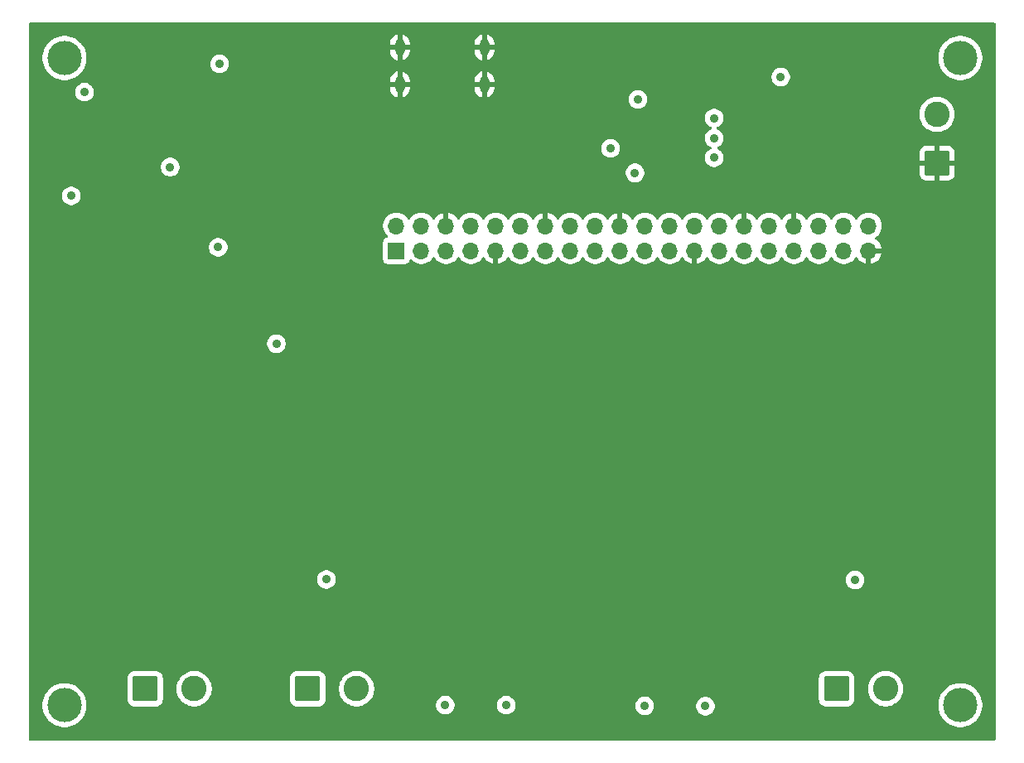
<source format=gbr>
%TF.GenerationSoftware,KiCad,Pcbnew,9.0.0*%
%TF.CreationDate,2025-03-09T23:13:35+01:00*%
%TF.ProjectId,hotline,686f746c-696e-4652-9e6b-696361645f70,rev?*%
%TF.SameCoordinates,Original*%
%TF.FileFunction,Copper,L3,Inr*%
%TF.FilePolarity,Positive*%
%FSLAX46Y46*%
G04 Gerber Fmt 4.6, Leading zero omitted, Abs format (unit mm)*
G04 Created by KiCad (PCBNEW 9.0.0) date 2025-03-09 23:13:35*
%MOMM*%
%LPD*%
G01*
G04 APERTURE LIST*
G04 Aperture macros list*
%AMRoundRect*
0 Rectangle with rounded corners*
0 $1 Rounding radius*
0 $2 $3 $4 $5 $6 $7 $8 $9 X,Y pos of 4 corners*
0 Add a 4 corners polygon primitive as box body*
4,1,4,$2,$3,$4,$5,$6,$7,$8,$9,$2,$3,0*
0 Add four circle primitives for the rounded corners*
1,1,$1+$1,$2,$3*
1,1,$1+$1,$4,$5*
1,1,$1+$1,$6,$7*
1,1,$1+$1,$8,$9*
0 Add four rect primitives between the rounded corners*
20,1,$1+$1,$2,$3,$4,$5,0*
20,1,$1+$1,$4,$5,$6,$7,0*
20,1,$1+$1,$6,$7,$8,$9,0*
20,1,$1+$1,$8,$9,$2,$3,0*%
G04 Aperture macros list end*
%TA.AperFunction,ComponentPad*%
%ADD10C,3.500000*%
%TD*%
%TA.AperFunction,HeatsinkPad*%
%ADD11O,1.000000X1.700000*%
%TD*%
%TA.AperFunction,ComponentPad*%
%ADD12RoundRect,0.250000X-1.050000X-1.050000X1.050000X-1.050000X1.050000X1.050000X-1.050000X1.050000X0*%
%TD*%
%TA.AperFunction,ComponentPad*%
%ADD13C,2.600000*%
%TD*%
%TA.AperFunction,ComponentPad*%
%ADD14R,1.700000X1.700000*%
%TD*%
%TA.AperFunction,ComponentPad*%
%ADD15O,1.700000X1.700000*%
%TD*%
%TA.AperFunction,ComponentPad*%
%ADD16RoundRect,0.250000X1.050000X-1.050000X1.050000X1.050000X-1.050000X1.050000X-1.050000X-1.050000X0*%
%TD*%
%TA.AperFunction,ViaPad*%
%ADD17C,0.900000*%
%TD*%
G04 APERTURE END LIST*
D10*
%TO.N,N/C*%
%TO.C,H4*%
X185800000Y-135800000D03*
%TD*%
D11*
%TO.N,GND*%
%TO.C,J1*%
X137170000Y-72360000D03*
X137170000Y-68560000D03*
X128530000Y-72360000D03*
X128530000Y-68560000D03*
%TD*%
D12*
%TO.N,/BUTTON_L*%
%TO.C,SW1*%
X119100000Y-134117500D03*
D13*
%TO.N,Net-(R4-Pad1)*%
X124100000Y-134117500D03*
%TD*%
D12*
%TO.N,/BUTTON_R*%
%TO.C,SW2*%
X173150000Y-134117500D03*
D13*
%TO.N,Net-(R8-Pad1)*%
X178150000Y-134117500D03*
%TD*%
D10*
%TO.N,N/C*%
%TO.C,H3*%
X94250000Y-135800000D03*
%TD*%
%TO.N,N/C*%
%TO.C,H2*%
X94250000Y-69650000D03*
%TD*%
D14*
%TO.N,+3V3*%
%TO.C,J2*%
X128160000Y-89350000D03*
D15*
%TO.N,+5V*%
X128160000Y-86810000D03*
%TO.N,/BUTTON_L*%
X130700000Y-89350000D03*
%TO.N,+5V*%
X130700000Y-86810000D03*
%TO.N,/LF*%
X133240000Y-89350000D03*
%TO.N,GND*%
X133240000Y-86810000D03*
%TO.N,/MIC_MCLK*%
X135780000Y-89350000D03*
%TO.N,/LG*%
X135780000Y-86810000D03*
%TO.N,GND*%
X138320000Y-89350000D03*
%TO.N,/LE*%
X138320000Y-86810000D03*
%TO.N,/LD*%
X140860000Y-89350000D03*
%TO.N,/MIC_BCLK*%
X140860000Y-86810000D03*
%TO.N,/LDP*%
X143400000Y-89350000D03*
%TO.N,GND*%
X143400000Y-86810000D03*
%TO.N,/LB*%
X145940000Y-89350000D03*
%TO.N,/LC*%
X145940000Y-86810000D03*
%TO.N,+3V3*%
X148480000Y-89350000D03*
%TO.N,/LA*%
X148480000Y-86810000D03*
%TO.N,/RG*%
X151020000Y-89350000D03*
%TO.N,GND*%
X151020000Y-86810000D03*
%TO.N,/RE*%
X153560000Y-89350000D03*
%TO.N,/RF*%
X153560000Y-86810000D03*
%TO.N,unconnected-(J2-SCLK0{slash}GPIO11-Pad23)*%
X156100000Y-89350000D03*
%TO.N,/RD*%
X156100000Y-86810000D03*
%TO.N,GND*%
X158640000Y-89350000D03*
%TO.N,/RDP*%
X158640000Y-86810000D03*
%TO.N,unconnected-(J2-ID_SD{slash}GPIO0-Pad27)*%
X161180000Y-89350000D03*
%TO.N,unconnected-(J2-ID_SC{slash}GPIO1-Pad28)*%
X161180000Y-86810000D03*
%TO.N,/RC*%
X163720000Y-89350000D03*
%TO.N,GND*%
X163720000Y-86810000D03*
%TO.N,/RB*%
X166260000Y-89350000D03*
%TO.N,/Audio Out/AUDIO_R*%
X166260000Y-86810000D03*
%TO.N,/Audio Out/AUDIO_L*%
X168800000Y-89350000D03*
%TO.N,GND*%
X168800000Y-86810000D03*
%TO.N,/MIC_LRCLK*%
X171340000Y-89350000D03*
%TO.N,/RA*%
X171340000Y-86810000D03*
%TO.N,/BUTTON_R*%
X173880000Y-89350000D03*
%TO.N,/MIC_DOUT*%
X173880000Y-86810000D03*
%TO.N,GND*%
X176420000Y-89350000D03*
%TO.N,unconnected-(J2-GPIO21{slash}DOUT-Pad40)*%
X176420000Y-86810000D03*
%TD*%
D10*
%TO.N,N/C*%
%TO.C,H1*%
X185800000Y-69650000D03*
%TD*%
D12*
%TO.N,Net-(JP3-A)*%
%TO.C,LS1*%
X102500000Y-134117500D03*
D13*
%TO.N,Net-(JP4-B)*%
X107500000Y-134117500D03*
%TD*%
D16*
%TO.N,GND*%
%TO.C,MK1*%
X183417500Y-80400000D03*
D13*
%TO.N,Net-(MK1-+)*%
X183417500Y-75400000D03*
%TD*%
D17*
%TO.N,GND*%
X116500000Y-105500000D03*
X114400000Y-107100000D03*
X114450000Y-104000000D03*
X95000000Y-78650000D03*
X95000000Y-76750000D03*
X135600000Y-71050000D03*
X130100000Y-71100000D03*
X122250000Y-77300000D03*
X117150000Y-77300000D03*
X119700000Y-79000000D03*
X119700000Y-75550000D03*
X120350000Y-71350000D03*
X121950000Y-72900000D03*
X121950000Y-69800000D03*
X182350000Y-122150000D03*
X92500000Y-83500000D03*
X92550000Y-90650000D03*
X100300000Y-88650000D03*
X92700000Y-101700000D03*
X92700000Y-107600000D03*
X150350000Y-67350000D03*
X165800000Y-67850000D03*
X179500000Y-68150000D03*
X174400000Y-80900000D03*
X122600000Y-93650000D03*
X172300000Y-92700000D03*
X171950000Y-107400000D03*
X124050000Y-112850000D03*
X133250000Y-109200000D03*
X142650000Y-98450000D03*
X138050000Y-111600000D03*
X153650000Y-110950000D03*
X154100000Y-96900000D03*
X157750000Y-106450000D03*
X163000000Y-112600000D03*
X162500000Y-98200000D03*
X177400000Y-98800000D03*
X180000000Y-107550000D03*
X177750000Y-117100000D03*
X182850000Y-132850000D03*
X163200000Y-137800000D03*
X156250000Y-138000000D03*
X143500000Y-137900000D03*
X137050000Y-137900000D03*
X125200000Y-120200000D03*
X113650000Y-136650000D03*
X115800000Y-118750000D03*
X113350000Y-126800000D03*
X115050000Y-111850000D03*
X122900000Y-103050000D03*
X137850000Y-96700000D03*
X117900000Y-81100000D03*
X118400000Y-87950000D03*
X139600000Y-67800000D03*
X140000000Y-75050000D03*
X118400000Y-69200000D03*
X98900000Y-69800000D03*
X97800000Y-133200000D03*
X93500000Y-130200000D03*
X186800000Y-127400000D03*
X186900000Y-117400000D03*
X187000000Y-109600000D03*
X187000000Y-103050000D03*
X186900000Y-94850000D03*
X186800000Y-87900000D03*
%TO.N,+3V3*%
X152850000Y-73900000D03*
X167450000Y-71600000D03*
%TO.N,GND*%
X153050000Y-130050000D03*
X151150000Y-124500000D03*
X151150000Y-120200000D03*
X155700000Y-120112500D03*
X160600000Y-120175000D03*
X167200000Y-121200000D03*
X167200000Y-125500000D03*
X167200000Y-129750000D03*
%TO.N,+3V3*%
X175050000Y-123000000D03*
X121000000Y-122950000D03*
X94950000Y-83750000D03*
X105050000Y-80800000D03*
X109950000Y-89000000D03*
X115900000Y-98850000D03*
%TO.N,GND*%
X95100000Y-96750000D03*
X170000000Y-79850000D03*
X122350000Y-126800000D03*
X179450000Y-124300000D03*
X137600000Y-79150000D03*
X108900000Y-69650000D03*
X146875000Y-121125000D03*
X108150000Y-96850000D03*
X176250000Y-126650000D03*
X106800000Y-82400000D03*
X144350000Y-75250000D03*
X105350000Y-117900000D03*
X143450000Y-77300000D03*
X106800000Y-86750000D03*
X114500000Y-88600000D03*
X146800000Y-125500000D03*
X106450000Y-98750000D03*
X144350000Y-73400000D03*
X134550000Y-79800000D03*
X149850000Y-70400000D03*
X99400000Y-84400000D03*
X111050000Y-73350000D03*
X158300000Y-71250000D03*
X99110000Y-101190000D03*
X132750000Y-129650000D03*
X109900000Y-99300000D03*
X129400000Y-79150000D03*
X140275000Y-120075000D03*
X125800000Y-124400000D03*
X130850000Y-120075000D03*
X170000000Y-77850000D03*
X135399571Y-120075000D03*
X108800000Y-120000000D03*
X170000000Y-75850000D03*
X146950000Y-129750000D03*
X172700000Y-72100000D03*
X151450000Y-74300000D03*
X107750000Y-107100000D03*
X109762500Y-117900000D03*
X132400000Y-125400000D03*
X143250000Y-71350000D03*
X112250000Y-74450000D03*
X148650000Y-76250000D03*
%TO.N,+3V3*%
X153550000Y-135850000D03*
X133150000Y-135800000D03*
X160650000Y-75800000D03*
X139400000Y-135800000D03*
X160650000Y-79850000D03*
X159750000Y-135900000D03*
X160650000Y-77850000D03*
%TO.N,/MIC_LRCLK*%
X150050000Y-78900000D03*
X152550000Y-81400000D03*
%TO.N,/Audio Out/AUDIO_L*%
X110100000Y-70250000D03*
%TO.N,/Audio Out/AUDIO_R*%
X96300000Y-73150000D03*
%TD*%
%TA.AperFunction,Conductor*%
%TO.N,GND*%
G36*
X189343039Y-66069685D02*
G01*
X189388794Y-66122489D01*
X189400000Y-66174000D01*
X189400000Y-139276000D01*
X189380315Y-139343039D01*
X189327511Y-139388794D01*
X189276000Y-139400000D01*
X90724000Y-139400000D01*
X90656961Y-139380315D01*
X90611206Y-139327511D01*
X90600000Y-139276000D01*
X90600000Y-135652486D01*
X91999500Y-135652486D01*
X91999500Y-135947513D01*
X92016580Y-136077243D01*
X92038007Y-136239993D01*
X92095861Y-136455907D01*
X92114361Y-136524951D01*
X92114364Y-136524961D01*
X92227254Y-136797500D01*
X92227258Y-136797510D01*
X92374761Y-137052993D01*
X92554352Y-137287040D01*
X92554358Y-137287047D01*
X92762952Y-137495641D01*
X92762959Y-137495647D01*
X92997006Y-137675238D01*
X93252489Y-137822741D01*
X93252490Y-137822741D01*
X93252493Y-137822743D01*
X93525048Y-137935639D01*
X93810007Y-138011993D01*
X94102494Y-138050500D01*
X94102501Y-138050500D01*
X94397499Y-138050500D01*
X94397506Y-138050500D01*
X94689993Y-138011993D01*
X94974952Y-137935639D01*
X95247507Y-137822743D01*
X95502994Y-137675238D01*
X95737042Y-137495646D01*
X95945646Y-137287042D01*
X96125238Y-137052994D01*
X96272743Y-136797507D01*
X96385639Y-136524952D01*
X96461993Y-136239993D01*
X96500500Y-135947506D01*
X96500500Y-135652494D01*
X96461993Y-135360007D01*
X96385639Y-135075048D01*
X96272743Y-134802493D01*
X96212121Y-134697493D01*
X96125238Y-134547006D01*
X95945647Y-134312959D01*
X95945641Y-134312952D01*
X95737047Y-134104358D01*
X95737040Y-134104352D01*
X95502993Y-133924761D01*
X95247510Y-133777258D01*
X95247500Y-133777254D01*
X94974961Y-133664364D01*
X94974954Y-133664362D01*
X94974952Y-133664361D01*
X94689993Y-133588007D01*
X94641113Y-133581571D01*
X94397513Y-133549500D01*
X94397506Y-133549500D01*
X94102494Y-133549500D01*
X94102486Y-133549500D01*
X93824085Y-133586153D01*
X93810007Y-133588007D01*
X93525048Y-133664361D01*
X93525038Y-133664364D01*
X93252499Y-133777254D01*
X93252489Y-133777258D01*
X92997006Y-133924761D01*
X92762959Y-134104352D01*
X92762952Y-134104358D01*
X92554358Y-134312952D01*
X92554352Y-134312959D01*
X92374761Y-134547006D01*
X92227258Y-134802489D01*
X92227254Y-134802499D01*
X92114364Y-135075038D01*
X92114361Y-135075048D01*
X92048648Y-135320296D01*
X92038008Y-135360004D01*
X92038006Y-135360015D01*
X91999500Y-135652486D01*
X90600000Y-135652486D01*
X90600000Y-133017483D01*
X100699500Y-133017483D01*
X100699500Y-135217501D01*
X100699501Y-135217518D01*
X100710000Y-135320296D01*
X100710001Y-135320299D01*
X100760962Y-135474087D01*
X100765186Y-135486834D01*
X100857288Y-135636156D01*
X100981344Y-135760212D01*
X101130666Y-135852314D01*
X101297203Y-135907499D01*
X101399991Y-135918000D01*
X103600008Y-135917999D01*
X103702797Y-135907499D01*
X103869334Y-135852314D01*
X104018656Y-135760212D01*
X104142712Y-135636156D01*
X104234814Y-135486834D01*
X104289999Y-135320297D01*
X104300500Y-135217509D01*
X104300499Y-133999495D01*
X105699500Y-133999495D01*
X105699500Y-134235504D01*
X105699501Y-134235520D01*
X105730306Y-134469510D01*
X105791394Y-134697493D01*
X105881714Y-134915545D01*
X105881719Y-134915556D01*
X105934908Y-135007681D01*
X105999727Y-135119950D01*
X105999729Y-135119953D01*
X105999730Y-135119954D01*
X106143406Y-135307197D01*
X106143412Y-135307204D01*
X106310295Y-135474087D01*
X106310302Y-135474093D01*
X106326909Y-135486836D01*
X106497550Y-135617773D01*
X106628918Y-135693618D01*
X106701943Y-135735780D01*
X106701948Y-135735782D01*
X106701951Y-135735784D01*
X106920007Y-135826106D01*
X107147986Y-135887193D01*
X107381989Y-135918000D01*
X107381996Y-135918000D01*
X107618004Y-135918000D01*
X107618011Y-135918000D01*
X107852014Y-135887193D01*
X108079993Y-135826106D01*
X108298049Y-135735784D01*
X108502450Y-135617773D01*
X108689699Y-135474092D01*
X108856592Y-135307199D01*
X109000273Y-135119950D01*
X109118284Y-134915549D01*
X109208606Y-134697493D01*
X109269693Y-134469514D01*
X109300500Y-134235511D01*
X109300500Y-133999489D01*
X109269693Y-133765486D01*
X109208606Y-133537507D01*
X109118284Y-133319451D01*
X109118282Y-133319448D01*
X109118280Y-133319443D01*
X109062510Y-133222848D01*
X109000273Y-133115050D01*
X108925414Y-133017492D01*
X108925407Y-133017483D01*
X117299500Y-133017483D01*
X117299500Y-135217501D01*
X117299501Y-135217518D01*
X117310000Y-135320296D01*
X117310001Y-135320299D01*
X117360962Y-135474087D01*
X117365186Y-135486834D01*
X117457288Y-135636156D01*
X117581344Y-135760212D01*
X117730666Y-135852314D01*
X117897203Y-135907499D01*
X117999991Y-135918000D01*
X120200008Y-135917999D01*
X120302797Y-135907499D01*
X120469334Y-135852314D01*
X120618656Y-135760212D01*
X120742712Y-135636156D01*
X120834814Y-135486834D01*
X120889999Y-135320297D01*
X120900500Y-135217509D01*
X120900499Y-133999495D01*
X122299500Y-133999495D01*
X122299500Y-134235504D01*
X122299501Y-134235520D01*
X122330306Y-134469510D01*
X122391394Y-134697493D01*
X122481714Y-134915545D01*
X122481719Y-134915556D01*
X122534908Y-135007681D01*
X122599727Y-135119950D01*
X122599729Y-135119953D01*
X122599730Y-135119954D01*
X122743406Y-135307197D01*
X122743412Y-135307204D01*
X122910295Y-135474087D01*
X122910302Y-135474093D01*
X122926909Y-135486836D01*
X123097550Y-135617773D01*
X123228918Y-135693618D01*
X123301943Y-135735780D01*
X123301948Y-135735782D01*
X123301951Y-135735784D01*
X123520007Y-135826106D01*
X123747986Y-135887193D01*
X123981989Y-135918000D01*
X123981996Y-135918000D01*
X124218004Y-135918000D01*
X124218011Y-135918000D01*
X124452014Y-135887193D01*
X124679993Y-135826106D01*
X124898049Y-135735784D01*
X124948980Y-135706379D01*
X132199500Y-135706379D01*
X132199500Y-135893620D01*
X132236025Y-136077243D01*
X132236027Y-136077251D01*
X132307676Y-136250228D01*
X132307681Y-136250237D01*
X132411697Y-136405907D01*
X132411700Y-136405911D01*
X132544088Y-136538299D01*
X132544092Y-136538302D01*
X132699762Y-136642318D01*
X132699768Y-136642321D01*
X132699769Y-136642322D01*
X132872749Y-136713973D01*
X133056379Y-136750499D01*
X133056383Y-136750500D01*
X133056384Y-136750500D01*
X133243617Y-136750500D01*
X133243618Y-136750499D01*
X133427251Y-136713973D01*
X133600231Y-136642322D01*
X133755908Y-136538302D01*
X133888302Y-136405908D01*
X133992322Y-136250231D01*
X134063973Y-136077251D01*
X134100500Y-135893616D01*
X134100500Y-135706384D01*
X134100499Y-135706379D01*
X138449500Y-135706379D01*
X138449500Y-135893620D01*
X138486025Y-136077243D01*
X138486027Y-136077251D01*
X138557676Y-136250228D01*
X138557681Y-136250237D01*
X138661697Y-136405907D01*
X138661700Y-136405911D01*
X138794088Y-136538299D01*
X138794092Y-136538302D01*
X138949762Y-136642318D01*
X138949768Y-136642321D01*
X138949769Y-136642322D01*
X139122749Y-136713973D01*
X139306379Y-136750499D01*
X139306383Y-136750500D01*
X139306384Y-136750500D01*
X139493617Y-136750500D01*
X139493618Y-136750499D01*
X139677251Y-136713973D01*
X139850231Y-136642322D01*
X140005908Y-136538302D01*
X140138302Y-136405908D01*
X140242322Y-136250231D01*
X140313973Y-136077251D01*
X140350500Y-135893616D01*
X140350500Y-135756379D01*
X152599500Y-135756379D01*
X152599500Y-135943620D01*
X152636025Y-136127243D01*
X152636027Y-136127251D01*
X152707676Y-136300228D01*
X152707681Y-136300237D01*
X152811697Y-136455907D01*
X152811700Y-136455911D01*
X152944088Y-136588299D01*
X152944092Y-136588302D01*
X153099762Y-136692318D01*
X153099768Y-136692321D01*
X153099769Y-136692322D01*
X153272749Y-136763973D01*
X153441302Y-136797500D01*
X153456379Y-136800499D01*
X153456383Y-136800500D01*
X153456384Y-136800500D01*
X153643617Y-136800500D01*
X153643618Y-136800499D01*
X153827251Y-136763973D01*
X154000231Y-136692322D01*
X154155908Y-136588302D01*
X154288302Y-136455908D01*
X154392322Y-136300231D01*
X154463973Y-136127251D01*
X154500500Y-135943616D01*
X154500500Y-135806379D01*
X158799500Y-135806379D01*
X158799500Y-135993620D01*
X158836025Y-136177243D01*
X158836027Y-136177251D01*
X158907676Y-136350228D01*
X158907681Y-136350237D01*
X159011697Y-136505907D01*
X159011700Y-136505911D01*
X159144088Y-136638299D01*
X159144092Y-136638302D01*
X159299762Y-136742318D01*
X159299768Y-136742321D01*
X159299769Y-136742322D01*
X159472749Y-136813973D01*
X159656379Y-136850499D01*
X159656383Y-136850500D01*
X159656384Y-136850500D01*
X159843617Y-136850500D01*
X159843618Y-136850499D01*
X160027251Y-136813973D01*
X160200231Y-136742322D01*
X160355908Y-136638302D01*
X160488302Y-136505908D01*
X160592322Y-136350231D01*
X160663973Y-136177251D01*
X160700500Y-135993616D01*
X160700500Y-135806384D01*
X160663973Y-135622749D01*
X160592322Y-135449769D01*
X160592321Y-135449768D01*
X160592318Y-135449762D01*
X160488302Y-135294092D01*
X160488299Y-135294088D01*
X160355911Y-135161700D01*
X160355907Y-135161697D01*
X160200237Y-135057681D01*
X160200228Y-135057676D01*
X160027251Y-134986027D01*
X160027243Y-134986025D01*
X159843620Y-134949500D01*
X159843616Y-134949500D01*
X159656384Y-134949500D01*
X159656379Y-134949500D01*
X159472756Y-134986025D01*
X159472748Y-134986027D01*
X159299771Y-135057676D01*
X159299762Y-135057681D01*
X159144092Y-135161697D01*
X159144088Y-135161700D01*
X159011700Y-135294088D01*
X159011697Y-135294092D01*
X158907681Y-135449762D01*
X158907676Y-135449771D01*
X158836027Y-135622748D01*
X158836025Y-135622756D01*
X158799500Y-135806379D01*
X154500500Y-135806379D01*
X154500500Y-135756384D01*
X154463973Y-135572749D01*
X154392322Y-135399769D01*
X154392321Y-135399768D01*
X154392318Y-135399762D01*
X154288302Y-135244092D01*
X154288299Y-135244088D01*
X154155911Y-135111700D01*
X154155907Y-135111697D01*
X154000237Y-135007681D01*
X154000228Y-135007676D01*
X153827251Y-134936027D01*
X153827243Y-134936025D01*
X153643620Y-134899500D01*
X153643616Y-134899500D01*
X153456384Y-134899500D01*
X153456379Y-134899500D01*
X153272756Y-134936025D01*
X153272748Y-134936027D01*
X153099771Y-135007676D01*
X153099762Y-135007681D01*
X152944092Y-135111697D01*
X152944088Y-135111700D01*
X152811700Y-135244088D01*
X152811697Y-135244092D01*
X152707681Y-135399762D01*
X152707676Y-135399771D01*
X152636027Y-135572748D01*
X152636025Y-135572756D01*
X152599500Y-135756379D01*
X140350500Y-135756379D01*
X140350500Y-135706384D01*
X140313973Y-135522749D01*
X140246563Y-135360007D01*
X140242323Y-135349771D01*
X140242318Y-135349762D01*
X140138302Y-135194092D01*
X140138299Y-135194088D01*
X140005911Y-135061700D01*
X140005907Y-135061697D01*
X139850237Y-134957681D01*
X139850228Y-134957676D01*
X139677251Y-134886027D01*
X139677243Y-134886025D01*
X139493620Y-134849500D01*
X139493616Y-134849500D01*
X139306384Y-134849500D01*
X139306379Y-134849500D01*
X139122756Y-134886025D01*
X139122748Y-134886027D01*
X138949771Y-134957676D01*
X138949762Y-134957681D01*
X138794092Y-135061697D01*
X138794088Y-135061700D01*
X138661700Y-135194088D01*
X138661697Y-135194092D01*
X138557681Y-135349762D01*
X138557676Y-135349771D01*
X138486027Y-135522748D01*
X138486025Y-135522756D01*
X138449500Y-135706379D01*
X134100499Y-135706379D01*
X134063973Y-135522749D01*
X133996563Y-135360007D01*
X133992323Y-135349771D01*
X133992318Y-135349762D01*
X133888302Y-135194092D01*
X133888299Y-135194088D01*
X133755911Y-135061700D01*
X133755907Y-135061697D01*
X133600237Y-134957681D01*
X133600228Y-134957676D01*
X133427251Y-134886027D01*
X133427243Y-134886025D01*
X133243620Y-134849500D01*
X133243616Y-134849500D01*
X133056384Y-134849500D01*
X133056379Y-134849500D01*
X132872756Y-134886025D01*
X132872748Y-134886027D01*
X132699771Y-134957676D01*
X132699762Y-134957681D01*
X132544092Y-135061697D01*
X132544088Y-135061700D01*
X132411700Y-135194088D01*
X132411697Y-135194092D01*
X132307681Y-135349762D01*
X132307676Y-135349771D01*
X132236027Y-135522748D01*
X132236025Y-135522756D01*
X132199500Y-135706379D01*
X124948980Y-135706379D01*
X125102450Y-135617773D01*
X125289699Y-135474092D01*
X125456592Y-135307199D01*
X125600273Y-135119950D01*
X125718284Y-134915549D01*
X125808606Y-134697493D01*
X125869693Y-134469514D01*
X125900500Y-134235511D01*
X125900500Y-133999489D01*
X125869693Y-133765486D01*
X125808606Y-133537507D01*
X125718284Y-133319451D01*
X125718282Y-133319448D01*
X125718280Y-133319443D01*
X125662510Y-133222848D01*
X125600273Y-133115050D01*
X125525414Y-133017492D01*
X125525407Y-133017483D01*
X171349500Y-133017483D01*
X171349500Y-135217501D01*
X171349501Y-135217518D01*
X171360000Y-135320296D01*
X171360001Y-135320299D01*
X171410962Y-135474087D01*
X171415186Y-135486834D01*
X171507288Y-135636156D01*
X171631344Y-135760212D01*
X171780666Y-135852314D01*
X171947203Y-135907499D01*
X172049991Y-135918000D01*
X174250008Y-135917999D01*
X174352797Y-135907499D01*
X174519334Y-135852314D01*
X174668656Y-135760212D01*
X174792712Y-135636156D01*
X174884814Y-135486834D01*
X174939999Y-135320297D01*
X174950500Y-135217509D01*
X174950499Y-133999495D01*
X176349500Y-133999495D01*
X176349500Y-134235504D01*
X176349501Y-134235520D01*
X176380306Y-134469510D01*
X176441394Y-134697493D01*
X176531714Y-134915545D01*
X176531719Y-134915556D01*
X176584908Y-135007681D01*
X176649727Y-135119950D01*
X176649729Y-135119953D01*
X176649730Y-135119954D01*
X176793406Y-135307197D01*
X176793412Y-135307204D01*
X176960295Y-135474087D01*
X176960302Y-135474093D01*
X176976909Y-135486836D01*
X177147550Y-135617773D01*
X177278918Y-135693618D01*
X177351943Y-135735780D01*
X177351948Y-135735782D01*
X177351951Y-135735784D01*
X177570007Y-135826106D01*
X177797986Y-135887193D01*
X178031989Y-135918000D01*
X178031996Y-135918000D01*
X178268004Y-135918000D01*
X178268011Y-135918000D01*
X178502014Y-135887193D01*
X178729993Y-135826106D01*
X178948049Y-135735784D01*
X179092325Y-135652486D01*
X183549500Y-135652486D01*
X183549500Y-135947513D01*
X183566580Y-136077243D01*
X183588007Y-136239993D01*
X183645861Y-136455907D01*
X183664361Y-136524951D01*
X183664364Y-136524961D01*
X183777254Y-136797500D01*
X183777258Y-136797510D01*
X183924761Y-137052993D01*
X184104352Y-137287040D01*
X184104358Y-137287047D01*
X184312952Y-137495641D01*
X184312959Y-137495647D01*
X184547006Y-137675238D01*
X184802489Y-137822741D01*
X184802490Y-137822741D01*
X184802493Y-137822743D01*
X185075048Y-137935639D01*
X185360007Y-138011993D01*
X185652494Y-138050500D01*
X185652501Y-138050500D01*
X185947499Y-138050500D01*
X185947506Y-138050500D01*
X186239993Y-138011993D01*
X186524952Y-137935639D01*
X186797507Y-137822743D01*
X187052994Y-137675238D01*
X187287042Y-137495646D01*
X187495646Y-137287042D01*
X187675238Y-137052994D01*
X187822743Y-136797507D01*
X187935639Y-136524952D01*
X188011993Y-136239993D01*
X188050500Y-135947506D01*
X188050500Y-135652494D01*
X188011993Y-135360007D01*
X187935639Y-135075048D01*
X187822743Y-134802493D01*
X187762121Y-134697493D01*
X187675238Y-134547006D01*
X187495647Y-134312959D01*
X187495641Y-134312952D01*
X187287047Y-134104358D01*
X187287040Y-134104352D01*
X187052993Y-133924761D01*
X186797510Y-133777258D01*
X186797500Y-133777254D01*
X186524961Y-133664364D01*
X186524954Y-133664362D01*
X186524952Y-133664361D01*
X186239993Y-133588007D01*
X186191113Y-133581571D01*
X185947513Y-133549500D01*
X185947506Y-133549500D01*
X185652494Y-133549500D01*
X185652486Y-133549500D01*
X185374085Y-133586153D01*
X185360007Y-133588007D01*
X185075048Y-133664361D01*
X185075038Y-133664364D01*
X184802499Y-133777254D01*
X184802489Y-133777258D01*
X184547006Y-133924761D01*
X184312959Y-134104352D01*
X184312952Y-134104358D01*
X184104358Y-134312952D01*
X184104352Y-134312959D01*
X183924761Y-134547006D01*
X183777258Y-134802489D01*
X183777254Y-134802499D01*
X183664364Y-135075038D01*
X183664361Y-135075048D01*
X183598648Y-135320296D01*
X183588008Y-135360004D01*
X183588006Y-135360015D01*
X183549500Y-135652486D01*
X179092325Y-135652486D01*
X179152450Y-135617773D01*
X179339699Y-135474092D01*
X179506592Y-135307199D01*
X179650273Y-135119950D01*
X179768284Y-134915549D01*
X179858606Y-134697493D01*
X179919693Y-134469514D01*
X179950500Y-134235511D01*
X179950500Y-133999489D01*
X179919693Y-133765486D01*
X179858606Y-133537507D01*
X179768284Y-133319451D01*
X179768282Y-133319448D01*
X179768280Y-133319443D01*
X179726118Y-133246418D01*
X179650273Y-133115050D01*
X179506592Y-132927801D01*
X179506587Y-132927795D01*
X179339704Y-132760912D01*
X179339697Y-132760906D01*
X179152454Y-132617230D01*
X179152453Y-132617229D01*
X179152450Y-132617227D01*
X179070957Y-132570177D01*
X178948056Y-132499219D01*
X178948045Y-132499214D01*
X178729993Y-132408894D01*
X178502010Y-132347806D01*
X178268020Y-132317001D01*
X178268017Y-132317000D01*
X178268011Y-132317000D01*
X178031989Y-132317000D01*
X178031983Y-132317000D01*
X178031979Y-132317001D01*
X177797989Y-132347806D01*
X177570006Y-132408894D01*
X177351954Y-132499214D01*
X177351943Y-132499219D01*
X177147545Y-132617230D01*
X176960302Y-132760906D01*
X176960295Y-132760912D01*
X176793412Y-132927795D01*
X176793406Y-132927802D01*
X176649730Y-133115045D01*
X176531719Y-133319443D01*
X176531714Y-133319454D01*
X176441394Y-133537506D01*
X176380306Y-133765489D01*
X176349501Y-133999479D01*
X176349500Y-133999495D01*
X174950499Y-133999495D01*
X174950499Y-133017492D01*
X174939999Y-132914703D01*
X174884814Y-132748166D01*
X174792712Y-132598844D01*
X174668656Y-132474788D01*
X174519334Y-132382686D01*
X174352797Y-132327501D01*
X174352795Y-132327500D01*
X174250010Y-132317000D01*
X172049998Y-132317000D01*
X172049981Y-132317001D01*
X171947203Y-132327500D01*
X171947200Y-132327501D01*
X171780668Y-132382685D01*
X171780663Y-132382687D01*
X171631342Y-132474789D01*
X171507289Y-132598842D01*
X171415187Y-132748163D01*
X171415185Y-132748168D01*
X171410962Y-132760912D01*
X171360001Y-132914703D01*
X171360001Y-132914704D01*
X171360000Y-132914704D01*
X171349500Y-133017483D01*
X125525407Y-133017483D01*
X125456593Y-132927802D01*
X125456587Y-132927795D01*
X125289704Y-132760912D01*
X125289697Y-132760906D01*
X125102454Y-132617230D01*
X125102453Y-132617229D01*
X125102450Y-132617227D01*
X125020957Y-132570177D01*
X124898056Y-132499219D01*
X124898045Y-132499214D01*
X124679993Y-132408894D01*
X124452010Y-132347806D01*
X124218020Y-132317001D01*
X124218017Y-132317000D01*
X124218011Y-132317000D01*
X123981989Y-132317000D01*
X123981983Y-132317000D01*
X123981979Y-132317001D01*
X123747989Y-132347806D01*
X123520006Y-132408894D01*
X123301954Y-132499214D01*
X123301943Y-132499219D01*
X123097545Y-132617230D01*
X122910302Y-132760906D01*
X122910295Y-132760912D01*
X122743412Y-132927795D01*
X122743406Y-132927802D01*
X122599730Y-133115045D01*
X122481719Y-133319443D01*
X122481714Y-133319454D01*
X122391394Y-133537506D01*
X122330306Y-133765489D01*
X122299501Y-133999479D01*
X122299500Y-133999495D01*
X120900499Y-133999495D01*
X120900499Y-133017492D01*
X120889999Y-132914703D01*
X120834814Y-132748166D01*
X120742712Y-132598844D01*
X120618656Y-132474788D01*
X120469334Y-132382686D01*
X120302797Y-132327501D01*
X120302795Y-132327500D01*
X120200010Y-132317000D01*
X117999998Y-132317000D01*
X117999981Y-132317001D01*
X117897203Y-132327500D01*
X117897200Y-132327501D01*
X117730668Y-132382685D01*
X117730663Y-132382687D01*
X117581342Y-132474789D01*
X117457289Y-132598842D01*
X117365187Y-132748163D01*
X117365185Y-132748168D01*
X117360962Y-132760912D01*
X117310001Y-132914703D01*
X117310001Y-132914704D01*
X117310000Y-132914704D01*
X117299500Y-133017483D01*
X108925407Y-133017483D01*
X108856593Y-132927802D01*
X108856587Y-132927795D01*
X108689704Y-132760912D01*
X108689697Y-132760906D01*
X108502454Y-132617230D01*
X108502453Y-132617229D01*
X108502450Y-132617227D01*
X108420957Y-132570177D01*
X108298056Y-132499219D01*
X108298045Y-132499214D01*
X108079993Y-132408894D01*
X107852010Y-132347806D01*
X107618020Y-132317001D01*
X107618017Y-132317000D01*
X107618011Y-132317000D01*
X107381989Y-132317000D01*
X107381983Y-132317000D01*
X107381979Y-132317001D01*
X107147989Y-132347806D01*
X106920006Y-132408894D01*
X106701954Y-132499214D01*
X106701943Y-132499219D01*
X106497545Y-132617230D01*
X106310302Y-132760906D01*
X106310295Y-132760912D01*
X106143412Y-132927795D01*
X106143406Y-132927802D01*
X105999730Y-133115045D01*
X105881719Y-133319443D01*
X105881714Y-133319454D01*
X105791394Y-133537506D01*
X105730306Y-133765489D01*
X105699501Y-133999479D01*
X105699500Y-133999495D01*
X104300499Y-133999495D01*
X104300499Y-133017492D01*
X104289999Y-132914703D01*
X104234814Y-132748166D01*
X104142712Y-132598844D01*
X104018656Y-132474788D01*
X103869334Y-132382686D01*
X103702797Y-132327501D01*
X103702795Y-132327500D01*
X103600010Y-132317000D01*
X101399998Y-132317000D01*
X101399981Y-132317001D01*
X101297203Y-132327500D01*
X101297200Y-132327501D01*
X101130668Y-132382685D01*
X101130663Y-132382687D01*
X100981342Y-132474789D01*
X100857289Y-132598842D01*
X100765187Y-132748163D01*
X100765185Y-132748168D01*
X100760962Y-132760912D01*
X100710001Y-132914703D01*
X100710001Y-132914704D01*
X100710000Y-132914704D01*
X100699500Y-133017483D01*
X90600000Y-133017483D01*
X90600000Y-122856379D01*
X120049500Y-122856379D01*
X120049500Y-123043620D01*
X120086025Y-123227243D01*
X120086027Y-123227251D01*
X120157676Y-123400228D01*
X120157681Y-123400237D01*
X120261697Y-123555907D01*
X120261700Y-123555911D01*
X120394088Y-123688299D01*
X120394092Y-123688302D01*
X120549762Y-123792318D01*
X120549768Y-123792321D01*
X120549769Y-123792322D01*
X120722749Y-123863973D01*
X120906379Y-123900499D01*
X120906383Y-123900500D01*
X120906384Y-123900500D01*
X121093617Y-123900500D01*
X121093618Y-123900499D01*
X121277251Y-123863973D01*
X121450231Y-123792322D01*
X121605908Y-123688302D01*
X121738302Y-123555908D01*
X121842322Y-123400231D01*
X121913973Y-123227251D01*
X121950500Y-123043616D01*
X121950500Y-122906379D01*
X174099500Y-122906379D01*
X174099500Y-123093620D01*
X174136025Y-123277243D01*
X174136027Y-123277251D01*
X174207676Y-123450228D01*
X174207681Y-123450237D01*
X174311697Y-123605907D01*
X174311700Y-123605911D01*
X174444088Y-123738299D01*
X174444092Y-123738302D01*
X174599762Y-123842318D01*
X174599768Y-123842321D01*
X174599769Y-123842322D01*
X174772749Y-123913973D01*
X174956379Y-123950499D01*
X174956383Y-123950500D01*
X174956384Y-123950500D01*
X175143617Y-123950500D01*
X175143618Y-123950499D01*
X175327251Y-123913973D01*
X175500231Y-123842322D01*
X175655908Y-123738302D01*
X175788302Y-123605908D01*
X175892322Y-123450231D01*
X175963973Y-123277251D01*
X176000500Y-123093616D01*
X176000500Y-122906384D01*
X175963973Y-122722749D01*
X175892322Y-122549769D01*
X175892321Y-122549768D01*
X175892318Y-122549762D01*
X175788302Y-122394092D01*
X175788299Y-122394088D01*
X175655911Y-122261700D01*
X175655907Y-122261697D01*
X175500237Y-122157681D01*
X175500228Y-122157676D01*
X175327251Y-122086027D01*
X175327243Y-122086025D01*
X175143620Y-122049500D01*
X175143616Y-122049500D01*
X174956384Y-122049500D01*
X174956379Y-122049500D01*
X174772756Y-122086025D01*
X174772748Y-122086027D01*
X174599771Y-122157676D01*
X174599762Y-122157681D01*
X174444092Y-122261697D01*
X174444088Y-122261700D01*
X174311700Y-122394088D01*
X174311697Y-122394092D01*
X174207681Y-122549762D01*
X174207676Y-122549771D01*
X174136027Y-122722748D01*
X174136025Y-122722756D01*
X174099500Y-122906379D01*
X121950500Y-122906379D01*
X121950500Y-122856384D01*
X121913973Y-122672749D01*
X121842322Y-122499769D01*
X121842321Y-122499768D01*
X121842318Y-122499762D01*
X121738302Y-122344092D01*
X121738299Y-122344088D01*
X121605911Y-122211700D01*
X121605907Y-122211697D01*
X121450237Y-122107681D01*
X121450228Y-122107676D01*
X121277251Y-122036027D01*
X121277243Y-122036025D01*
X121093620Y-121999500D01*
X121093616Y-121999500D01*
X120906384Y-121999500D01*
X120906379Y-121999500D01*
X120722756Y-122036025D01*
X120722748Y-122036027D01*
X120549771Y-122107676D01*
X120549762Y-122107681D01*
X120394092Y-122211697D01*
X120394088Y-122211700D01*
X120261700Y-122344088D01*
X120261697Y-122344092D01*
X120157681Y-122499762D01*
X120157676Y-122499771D01*
X120086027Y-122672748D01*
X120086025Y-122672756D01*
X120049500Y-122856379D01*
X90600000Y-122856379D01*
X90600000Y-98756379D01*
X114949500Y-98756379D01*
X114949500Y-98943620D01*
X114986025Y-99127243D01*
X114986027Y-99127251D01*
X115057676Y-99300228D01*
X115057681Y-99300237D01*
X115161697Y-99455907D01*
X115161700Y-99455911D01*
X115294088Y-99588299D01*
X115294092Y-99588302D01*
X115449762Y-99692318D01*
X115449768Y-99692321D01*
X115449769Y-99692322D01*
X115622749Y-99763973D01*
X115806379Y-99800499D01*
X115806383Y-99800500D01*
X115806384Y-99800500D01*
X115993617Y-99800500D01*
X115993618Y-99800499D01*
X116177251Y-99763973D01*
X116350231Y-99692322D01*
X116505908Y-99588302D01*
X116638302Y-99455908D01*
X116742322Y-99300231D01*
X116813973Y-99127251D01*
X116850500Y-98943616D01*
X116850500Y-98756384D01*
X116813973Y-98572749D01*
X116742322Y-98399769D01*
X116742321Y-98399768D01*
X116742318Y-98399762D01*
X116638302Y-98244092D01*
X116638299Y-98244088D01*
X116505911Y-98111700D01*
X116505907Y-98111697D01*
X116350237Y-98007681D01*
X116350228Y-98007676D01*
X116177251Y-97936027D01*
X116177243Y-97936025D01*
X115993620Y-97899500D01*
X115993616Y-97899500D01*
X115806384Y-97899500D01*
X115806379Y-97899500D01*
X115622756Y-97936025D01*
X115622748Y-97936027D01*
X115449771Y-98007676D01*
X115449762Y-98007681D01*
X115294092Y-98111697D01*
X115294088Y-98111700D01*
X115161700Y-98244088D01*
X115161697Y-98244092D01*
X115057681Y-98399762D01*
X115057676Y-98399771D01*
X114986027Y-98572748D01*
X114986025Y-98572756D01*
X114949500Y-98756379D01*
X90600000Y-98756379D01*
X90600000Y-88906379D01*
X108999500Y-88906379D01*
X108999500Y-89093620D01*
X109036025Y-89277243D01*
X109036027Y-89277251D01*
X109107676Y-89450228D01*
X109107681Y-89450237D01*
X109211697Y-89605907D01*
X109211700Y-89605911D01*
X109344088Y-89738299D01*
X109344092Y-89738302D01*
X109499762Y-89842318D01*
X109499768Y-89842321D01*
X109499769Y-89842322D01*
X109672749Y-89913973D01*
X109856379Y-89950499D01*
X109856383Y-89950500D01*
X109856384Y-89950500D01*
X110043617Y-89950500D01*
X110043618Y-89950499D01*
X110227251Y-89913973D01*
X110400231Y-89842322D01*
X110555908Y-89738302D01*
X110688302Y-89605908D01*
X110792322Y-89450231D01*
X110863973Y-89277251D01*
X110900500Y-89093616D01*
X110900500Y-88906384D01*
X110863973Y-88722749D01*
X110792322Y-88549769D01*
X110792321Y-88549768D01*
X110792318Y-88549762D01*
X110688302Y-88394092D01*
X110688299Y-88394088D01*
X110555911Y-88261700D01*
X110555907Y-88261697D01*
X110400237Y-88157681D01*
X110400228Y-88157676D01*
X110227251Y-88086027D01*
X110227243Y-88086025D01*
X110043620Y-88049500D01*
X110043616Y-88049500D01*
X109856384Y-88049500D01*
X109856379Y-88049500D01*
X109672756Y-88086025D01*
X109672748Y-88086027D01*
X109499771Y-88157676D01*
X109499762Y-88157681D01*
X109344092Y-88261697D01*
X109344088Y-88261700D01*
X109211700Y-88394088D01*
X109211697Y-88394092D01*
X109107681Y-88549762D01*
X109107676Y-88549771D01*
X109036027Y-88722748D01*
X109036025Y-88722756D01*
X108999500Y-88906379D01*
X90600000Y-88906379D01*
X90600000Y-86703713D01*
X126809500Y-86703713D01*
X126809500Y-86916286D01*
X126842753Y-87126239D01*
X126908444Y-87328414D01*
X127004951Y-87517820D01*
X127129890Y-87689786D01*
X127243430Y-87803326D01*
X127276915Y-87864649D01*
X127271931Y-87934341D01*
X127230059Y-87990274D01*
X127199083Y-88007189D01*
X127067669Y-88056203D01*
X127067664Y-88056206D01*
X126952455Y-88142452D01*
X126952452Y-88142455D01*
X126866206Y-88257664D01*
X126866202Y-88257671D01*
X126815908Y-88392517D01*
X126809501Y-88452116D01*
X126809500Y-88452135D01*
X126809500Y-90247870D01*
X126809501Y-90247876D01*
X126815908Y-90307483D01*
X126866202Y-90442328D01*
X126866206Y-90442335D01*
X126952452Y-90557544D01*
X126952455Y-90557547D01*
X127067664Y-90643793D01*
X127067671Y-90643797D01*
X127202517Y-90694091D01*
X127202516Y-90694091D01*
X127209444Y-90694835D01*
X127262127Y-90700500D01*
X129057872Y-90700499D01*
X129117483Y-90694091D01*
X129252331Y-90643796D01*
X129367546Y-90557546D01*
X129453796Y-90442331D01*
X129502810Y-90310916D01*
X129544681Y-90254984D01*
X129610145Y-90230566D01*
X129678418Y-90245417D01*
X129706673Y-90266569D01*
X129820213Y-90380109D01*
X129992179Y-90505048D01*
X129992181Y-90505049D01*
X129992184Y-90505051D01*
X130181588Y-90601557D01*
X130383757Y-90667246D01*
X130593713Y-90700500D01*
X130593714Y-90700500D01*
X130806286Y-90700500D01*
X130806287Y-90700500D01*
X131016243Y-90667246D01*
X131218412Y-90601557D01*
X131407816Y-90505051D01*
X131494138Y-90442335D01*
X131579786Y-90380109D01*
X131579788Y-90380106D01*
X131579792Y-90380104D01*
X131730104Y-90229792D01*
X131730106Y-90229788D01*
X131730109Y-90229786D01*
X131855048Y-90057820D01*
X131855047Y-90057820D01*
X131855051Y-90057816D01*
X131859514Y-90049054D01*
X131907488Y-89998259D01*
X131975308Y-89981463D01*
X132041444Y-90003999D01*
X132080486Y-90049056D01*
X132084951Y-90057820D01*
X132209890Y-90229786D01*
X132360213Y-90380109D01*
X132532179Y-90505048D01*
X132532181Y-90505049D01*
X132532184Y-90505051D01*
X132721588Y-90601557D01*
X132923757Y-90667246D01*
X133133713Y-90700500D01*
X133133714Y-90700500D01*
X133346286Y-90700500D01*
X133346287Y-90700500D01*
X133556243Y-90667246D01*
X133758412Y-90601557D01*
X133947816Y-90505051D01*
X134034138Y-90442335D01*
X134119786Y-90380109D01*
X134119788Y-90380106D01*
X134119792Y-90380104D01*
X134270104Y-90229792D01*
X134270106Y-90229788D01*
X134270109Y-90229786D01*
X134395048Y-90057820D01*
X134395047Y-90057820D01*
X134395051Y-90057816D01*
X134399514Y-90049054D01*
X134447488Y-89998259D01*
X134515308Y-89981463D01*
X134581444Y-90003999D01*
X134620486Y-90049056D01*
X134624951Y-90057820D01*
X134749890Y-90229786D01*
X134900213Y-90380109D01*
X135072179Y-90505048D01*
X135072181Y-90505049D01*
X135072184Y-90505051D01*
X135261588Y-90601557D01*
X135463757Y-90667246D01*
X135673713Y-90700500D01*
X135673714Y-90700500D01*
X135886286Y-90700500D01*
X135886287Y-90700500D01*
X136096243Y-90667246D01*
X136298412Y-90601557D01*
X136487816Y-90505051D01*
X136574138Y-90442335D01*
X136659786Y-90380109D01*
X136659788Y-90380106D01*
X136659792Y-90380104D01*
X136810104Y-90229792D01*
X136810106Y-90229788D01*
X136810109Y-90229786D01*
X136935048Y-90057820D01*
X136935051Y-90057816D01*
X136939793Y-90048508D01*
X136987763Y-89997711D01*
X137055583Y-89980911D01*
X137121719Y-90003445D01*
X137160763Y-90048500D01*
X137165377Y-90057555D01*
X137290272Y-90229459D01*
X137290276Y-90229464D01*
X137440535Y-90379723D01*
X137440540Y-90379727D01*
X137612442Y-90504620D01*
X137801782Y-90601095D01*
X138003871Y-90666757D01*
X138070000Y-90677231D01*
X138070000Y-89783012D01*
X138127007Y-89815925D01*
X138254174Y-89850000D01*
X138385826Y-89850000D01*
X138512993Y-89815925D01*
X138570000Y-89783012D01*
X138570000Y-90677230D01*
X138636126Y-90666757D01*
X138636129Y-90666757D01*
X138838217Y-90601095D01*
X139027557Y-90504620D01*
X139199459Y-90379727D01*
X139199464Y-90379723D01*
X139349723Y-90229464D01*
X139349727Y-90229459D01*
X139474620Y-90057558D01*
X139479232Y-90048507D01*
X139527205Y-89997709D01*
X139595025Y-89980912D01*
X139661161Y-90003447D01*
X139700204Y-90048504D01*
X139704949Y-90057817D01*
X139829890Y-90229786D01*
X139980213Y-90380109D01*
X140152179Y-90505048D01*
X140152181Y-90505049D01*
X140152184Y-90505051D01*
X140341588Y-90601557D01*
X140543757Y-90667246D01*
X140753713Y-90700500D01*
X140753714Y-90700500D01*
X140966286Y-90700500D01*
X140966287Y-90700500D01*
X141176243Y-90667246D01*
X141378412Y-90601557D01*
X141567816Y-90505051D01*
X141654138Y-90442335D01*
X141739786Y-90380109D01*
X141739788Y-90380106D01*
X141739792Y-90380104D01*
X141890104Y-90229792D01*
X141890106Y-90229788D01*
X141890109Y-90229786D01*
X142015048Y-90057820D01*
X142015047Y-90057820D01*
X142015051Y-90057816D01*
X142019514Y-90049054D01*
X142067488Y-89998259D01*
X142135308Y-89981463D01*
X142201444Y-90003999D01*
X142240486Y-90049056D01*
X142244951Y-90057820D01*
X142369890Y-90229786D01*
X142520213Y-90380109D01*
X142692179Y-90505048D01*
X142692181Y-90505049D01*
X142692184Y-90505051D01*
X142881588Y-90601557D01*
X143083757Y-90667246D01*
X143293713Y-90700500D01*
X143293714Y-90700500D01*
X143506286Y-90700500D01*
X143506287Y-90700500D01*
X143716243Y-90667246D01*
X143918412Y-90601557D01*
X144107816Y-90505051D01*
X144194138Y-90442335D01*
X144279786Y-90380109D01*
X144279788Y-90380106D01*
X144279792Y-90380104D01*
X144430104Y-90229792D01*
X144430106Y-90229788D01*
X144430109Y-90229786D01*
X144555048Y-90057820D01*
X144555047Y-90057820D01*
X144555051Y-90057816D01*
X144559514Y-90049054D01*
X144607488Y-89998259D01*
X144675308Y-89981463D01*
X144741444Y-90003999D01*
X144780486Y-90049056D01*
X144784951Y-90057820D01*
X144909890Y-90229786D01*
X145060213Y-90380109D01*
X145232179Y-90505048D01*
X145232181Y-90505049D01*
X145232184Y-90505051D01*
X145421588Y-90601557D01*
X145623757Y-90667246D01*
X145833713Y-90700500D01*
X145833714Y-90700500D01*
X146046286Y-90700500D01*
X146046287Y-90700500D01*
X146256243Y-90667246D01*
X146458412Y-90601557D01*
X146647816Y-90505051D01*
X146734138Y-90442335D01*
X146819786Y-90380109D01*
X146819788Y-90380106D01*
X146819792Y-90380104D01*
X146970104Y-90229792D01*
X146970106Y-90229788D01*
X146970109Y-90229786D01*
X147095048Y-90057820D01*
X147095047Y-90057820D01*
X147095051Y-90057816D01*
X147099514Y-90049054D01*
X147147488Y-89998259D01*
X147215308Y-89981463D01*
X147281444Y-90003999D01*
X147320486Y-90049056D01*
X147324951Y-90057820D01*
X147449890Y-90229786D01*
X147600213Y-90380109D01*
X147772179Y-90505048D01*
X147772181Y-90505049D01*
X147772184Y-90505051D01*
X147961588Y-90601557D01*
X148163757Y-90667246D01*
X148373713Y-90700500D01*
X148373714Y-90700500D01*
X148586286Y-90700500D01*
X148586287Y-90700500D01*
X148796243Y-90667246D01*
X148998412Y-90601557D01*
X149187816Y-90505051D01*
X149274138Y-90442335D01*
X149359786Y-90380109D01*
X149359788Y-90380106D01*
X149359792Y-90380104D01*
X149510104Y-90229792D01*
X149510106Y-90229788D01*
X149510109Y-90229786D01*
X149635048Y-90057820D01*
X149635047Y-90057820D01*
X149635051Y-90057816D01*
X149639514Y-90049054D01*
X149687488Y-89998259D01*
X149755308Y-89981463D01*
X149821444Y-90003999D01*
X149860486Y-90049056D01*
X149864951Y-90057820D01*
X149989890Y-90229786D01*
X150140213Y-90380109D01*
X150312179Y-90505048D01*
X150312181Y-90505049D01*
X150312184Y-90505051D01*
X150501588Y-90601557D01*
X150703757Y-90667246D01*
X150913713Y-90700500D01*
X150913714Y-90700500D01*
X151126286Y-90700500D01*
X151126287Y-90700500D01*
X151336243Y-90667246D01*
X151538412Y-90601557D01*
X151727816Y-90505051D01*
X151814138Y-90442335D01*
X151899786Y-90380109D01*
X151899788Y-90380106D01*
X151899792Y-90380104D01*
X152050104Y-90229792D01*
X152050106Y-90229788D01*
X152050109Y-90229786D01*
X152175048Y-90057820D01*
X152175047Y-90057820D01*
X152175051Y-90057816D01*
X152179514Y-90049054D01*
X152227488Y-89998259D01*
X152295308Y-89981463D01*
X152361444Y-90003999D01*
X152400486Y-90049056D01*
X152404951Y-90057820D01*
X152529890Y-90229786D01*
X152680213Y-90380109D01*
X152852179Y-90505048D01*
X152852181Y-90505049D01*
X152852184Y-90505051D01*
X153041588Y-90601557D01*
X153243757Y-90667246D01*
X153453713Y-90700500D01*
X153453714Y-90700500D01*
X153666286Y-90700500D01*
X153666287Y-90700500D01*
X153876243Y-90667246D01*
X154078412Y-90601557D01*
X154267816Y-90505051D01*
X154354138Y-90442335D01*
X154439786Y-90380109D01*
X154439788Y-90380106D01*
X154439792Y-90380104D01*
X154590104Y-90229792D01*
X154590106Y-90229788D01*
X154590109Y-90229786D01*
X154715048Y-90057820D01*
X154715047Y-90057820D01*
X154715051Y-90057816D01*
X154719514Y-90049054D01*
X154767488Y-89998259D01*
X154835308Y-89981463D01*
X154901444Y-90003999D01*
X154940486Y-90049056D01*
X154944951Y-90057820D01*
X155069890Y-90229786D01*
X155220213Y-90380109D01*
X155392179Y-90505048D01*
X155392181Y-90505049D01*
X155392184Y-90505051D01*
X155581588Y-90601557D01*
X155783757Y-90667246D01*
X155993713Y-90700500D01*
X155993714Y-90700500D01*
X156206286Y-90700500D01*
X156206287Y-90700500D01*
X156416243Y-90667246D01*
X156618412Y-90601557D01*
X156807816Y-90505051D01*
X156894138Y-90442335D01*
X156979786Y-90380109D01*
X156979788Y-90380106D01*
X156979792Y-90380104D01*
X157130104Y-90229792D01*
X157130106Y-90229788D01*
X157130109Y-90229786D01*
X157255048Y-90057820D01*
X157255051Y-90057816D01*
X157259793Y-90048508D01*
X157307763Y-89997711D01*
X157375583Y-89980911D01*
X157441719Y-90003445D01*
X157480763Y-90048500D01*
X157485377Y-90057555D01*
X157610272Y-90229459D01*
X157610276Y-90229464D01*
X157760535Y-90379723D01*
X157760540Y-90379727D01*
X157932442Y-90504620D01*
X158121782Y-90601095D01*
X158323871Y-90666757D01*
X158390000Y-90677231D01*
X158390000Y-89783012D01*
X158447007Y-89815925D01*
X158574174Y-89850000D01*
X158705826Y-89850000D01*
X158832993Y-89815925D01*
X158890000Y-89783012D01*
X158890000Y-90677231D01*
X158956126Y-90666757D01*
X158956129Y-90666757D01*
X159158217Y-90601095D01*
X159347557Y-90504620D01*
X159519459Y-90379727D01*
X159519464Y-90379723D01*
X159669723Y-90229464D01*
X159669727Y-90229459D01*
X159794620Y-90057558D01*
X159799232Y-90048507D01*
X159847205Y-89997709D01*
X159915025Y-89980912D01*
X159981161Y-90003447D01*
X160020204Y-90048504D01*
X160024949Y-90057817D01*
X160149890Y-90229786D01*
X160300213Y-90380109D01*
X160472179Y-90505048D01*
X160472181Y-90505049D01*
X160472184Y-90505051D01*
X160661588Y-90601557D01*
X160863757Y-90667246D01*
X161073713Y-90700500D01*
X161073714Y-90700500D01*
X161286286Y-90700500D01*
X161286287Y-90700500D01*
X161496243Y-90667246D01*
X161698412Y-90601557D01*
X161887816Y-90505051D01*
X161974138Y-90442335D01*
X162059786Y-90380109D01*
X162059788Y-90380106D01*
X162059792Y-90380104D01*
X162210104Y-90229792D01*
X162210106Y-90229788D01*
X162210109Y-90229786D01*
X162335048Y-90057820D01*
X162335047Y-90057820D01*
X162335051Y-90057816D01*
X162339514Y-90049054D01*
X162387488Y-89998259D01*
X162455308Y-89981463D01*
X162521444Y-90003999D01*
X162560486Y-90049056D01*
X162564951Y-90057820D01*
X162689890Y-90229786D01*
X162840213Y-90380109D01*
X163012179Y-90505048D01*
X163012181Y-90505049D01*
X163012184Y-90505051D01*
X163201588Y-90601557D01*
X163403757Y-90667246D01*
X163613713Y-90700500D01*
X163613714Y-90700500D01*
X163826286Y-90700500D01*
X163826287Y-90700500D01*
X164036243Y-90667246D01*
X164238412Y-90601557D01*
X164427816Y-90505051D01*
X164514138Y-90442335D01*
X164599786Y-90380109D01*
X164599788Y-90380106D01*
X164599792Y-90380104D01*
X164750104Y-90229792D01*
X164750106Y-90229788D01*
X164750109Y-90229786D01*
X164875048Y-90057820D01*
X164875047Y-90057820D01*
X164875051Y-90057816D01*
X164879514Y-90049054D01*
X164927488Y-89998259D01*
X164995308Y-89981463D01*
X165061444Y-90003999D01*
X165100486Y-90049056D01*
X165104951Y-90057820D01*
X165229890Y-90229786D01*
X165380213Y-90380109D01*
X165552179Y-90505048D01*
X165552181Y-90505049D01*
X165552184Y-90505051D01*
X165741588Y-90601557D01*
X165943757Y-90667246D01*
X166153713Y-90700500D01*
X166153714Y-90700500D01*
X166366286Y-90700500D01*
X166366287Y-90700500D01*
X166576243Y-90667246D01*
X166778412Y-90601557D01*
X166967816Y-90505051D01*
X167054138Y-90442335D01*
X167139786Y-90380109D01*
X167139788Y-90380106D01*
X167139792Y-90380104D01*
X167290104Y-90229792D01*
X167290106Y-90229788D01*
X167290109Y-90229786D01*
X167415048Y-90057820D01*
X167415047Y-90057820D01*
X167415051Y-90057816D01*
X167419514Y-90049054D01*
X167467488Y-89998259D01*
X167535308Y-89981463D01*
X167601444Y-90003999D01*
X167640486Y-90049056D01*
X167644951Y-90057820D01*
X167769890Y-90229786D01*
X167920213Y-90380109D01*
X168092179Y-90505048D01*
X168092181Y-90505049D01*
X168092184Y-90505051D01*
X168281588Y-90601557D01*
X168483757Y-90667246D01*
X168693713Y-90700500D01*
X168693714Y-90700500D01*
X168906286Y-90700500D01*
X168906287Y-90700500D01*
X169116243Y-90667246D01*
X169318412Y-90601557D01*
X169507816Y-90505051D01*
X169594138Y-90442335D01*
X169679786Y-90380109D01*
X169679788Y-90380106D01*
X169679792Y-90380104D01*
X169830104Y-90229792D01*
X169830106Y-90229788D01*
X169830109Y-90229786D01*
X169955048Y-90057820D01*
X169955047Y-90057820D01*
X169955051Y-90057816D01*
X169959514Y-90049054D01*
X170007488Y-89998259D01*
X170075308Y-89981463D01*
X170141444Y-90003999D01*
X170180486Y-90049056D01*
X170184951Y-90057820D01*
X170309890Y-90229786D01*
X170460213Y-90380109D01*
X170632179Y-90505048D01*
X170632181Y-90505049D01*
X170632184Y-90505051D01*
X170821588Y-90601557D01*
X171023757Y-90667246D01*
X171233713Y-90700500D01*
X171233714Y-90700500D01*
X171446286Y-90700500D01*
X171446287Y-90700500D01*
X171656243Y-90667246D01*
X171858412Y-90601557D01*
X172047816Y-90505051D01*
X172134138Y-90442335D01*
X172219786Y-90380109D01*
X172219788Y-90380106D01*
X172219792Y-90380104D01*
X172370104Y-90229792D01*
X172370106Y-90229788D01*
X172370109Y-90229786D01*
X172495048Y-90057820D01*
X172495047Y-90057820D01*
X172495051Y-90057816D01*
X172499514Y-90049054D01*
X172547488Y-89998259D01*
X172615308Y-89981463D01*
X172681444Y-90003999D01*
X172720486Y-90049056D01*
X172724951Y-90057820D01*
X172849890Y-90229786D01*
X173000213Y-90380109D01*
X173172179Y-90505048D01*
X173172181Y-90505049D01*
X173172184Y-90505051D01*
X173361588Y-90601557D01*
X173563757Y-90667246D01*
X173773713Y-90700500D01*
X173773714Y-90700500D01*
X173986286Y-90700500D01*
X173986287Y-90700500D01*
X174196243Y-90667246D01*
X174398412Y-90601557D01*
X174587816Y-90505051D01*
X174674138Y-90442335D01*
X174759786Y-90380109D01*
X174759788Y-90380106D01*
X174759792Y-90380104D01*
X174910104Y-90229792D01*
X174910106Y-90229788D01*
X174910109Y-90229786D01*
X175035048Y-90057820D01*
X175035051Y-90057816D01*
X175039793Y-90048508D01*
X175087763Y-89997711D01*
X175155583Y-89980911D01*
X175221719Y-90003445D01*
X175260763Y-90048500D01*
X175265377Y-90057555D01*
X175390272Y-90229459D01*
X175390276Y-90229464D01*
X175540535Y-90379723D01*
X175540540Y-90379727D01*
X175712442Y-90504620D01*
X175901782Y-90601095D01*
X176103871Y-90666757D01*
X176170000Y-90677231D01*
X176170000Y-89783012D01*
X176227007Y-89815925D01*
X176354174Y-89850000D01*
X176485826Y-89850000D01*
X176612993Y-89815925D01*
X176670000Y-89783012D01*
X176670000Y-90677231D01*
X176736126Y-90666757D01*
X176736129Y-90666757D01*
X176938217Y-90601095D01*
X177127557Y-90504620D01*
X177299459Y-90379727D01*
X177299464Y-90379723D01*
X177449723Y-90229464D01*
X177449727Y-90229459D01*
X177574620Y-90057557D01*
X177671095Y-89868217D01*
X177736757Y-89666129D01*
X177736757Y-89666126D01*
X177747231Y-89600000D01*
X176853012Y-89600000D01*
X176885925Y-89542993D01*
X176920000Y-89415826D01*
X176920000Y-89284174D01*
X176885925Y-89157007D01*
X176853012Y-89100000D01*
X177747231Y-89100000D01*
X177736757Y-89033873D01*
X177736757Y-89033870D01*
X177671095Y-88831782D01*
X177574620Y-88642442D01*
X177449727Y-88470540D01*
X177449723Y-88470535D01*
X177299464Y-88320276D01*
X177299459Y-88320272D01*
X177127555Y-88195377D01*
X177118500Y-88190763D01*
X177067706Y-88142788D01*
X177050912Y-88074966D01*
X177073451Y-88008832D01*
X177118508Y-87969793D01*
X177127816Y-87965051D01*
X177217554Y-87899853D01*
X177299786Y-87840109D01*
X177299788Y-87840106D01*
X177299792Y-87840104D01*
X177450104Y-87689792D01*
X177450106Y-87689788D01*
X177450109Y-87689786D01*
X177575048Y-87517820D01*
X177575047Y-87517820D01*
X177575051Y-87517816D01*
X177671557Y-87328412D01*
X177737246Y-87126243D01*
X177770500Y-86916287D01*
X177770500Y-86703713D01*
X177737246Y-86493757D01*
X177671557Y-86291588D01*
X177575051Y-86102184D01*
X177575049Y-86102181D01*
X177575048Y-86102179D01*
X177450109Y-85930213D01*
X177299786Y-85779890D01*
X177127820Y-85654951D01*
X176938414Y-85558444D01*
X176938413Y-85558443D01*
X176938412Y-85558443D01*
X176736243Y-85492754D01*
X176736241Y-85492753D01*
X176736240Y-85492753D01*
X176574957Y-85467208D01*
X176526287Y-85459500D01*
X176313713Y-85459500D01*
X176265042Y-85467208D01*
X176103760Y-85492753D01*
X175901585Y-85558444D01*
X175712179Y-85654951D01*
X175540213Y-85779890D01*
X175389890Y-85930213D01*
X175264949Y-86102182D01*
X175260484Y-86110946D01*
X175212509Y-86161742D01*
X175144688Y-86178536D01*
X175078553Y-86155998D01*
X175039516Y-86110946D01*
X175035050Y-86102182D01*
X174910109Y-85930213D01*
X174759786Y-85779890D01*
X174587820Y-85654951D01*
X174398414Y-85558444D01*
X174398413Y-85558443D01*
X174398412Y-85558443D01*
X174196243Y-85492754D01*
X174196241Y-85492753D01*
X174196240Y-85492753D01*
X174034957Y-85467208D01*
X173986287Y-85459500D01*
X173773713Y-85459500D01*
X173725042Y-85467208D01*
X173563760Y-85492753D01*
X173361585Y-85558444D01*
X173172179Y-85654951D01*
X173000213Y-85779890D01*
X172849890Y-85930213D01*
X172724949Y-86102182D01*
X172720484Y-86110946D01*
X172672509Y-86161742D01*
X172604688Y-86178536D01*
X172538553Y-86155998D01*
X172499516Y-86110946D01*
X172495050Y-86102182D01*
X172370109Y-85930213D01*
X172219786Y-85779890D01*
X172047820Y-85654951D01*
X171858414Y-85558444D01*
X171858413Y-85558443D01*
X171858412Y-85558443D01*
X171656243Y-85492754D01*
X171656241Y-85492753D01*
X171656240Y-85492753D01*
X171494957Y-85467208D01*
X171446287Y-85459500D01*
X171233713Y-85459500D01*
X171185042Y-85467208D01*
X171023760Y-85492753D01*
X170821585Y-85558444D01*
X170632179Y-85654951D01*
X170460213Y-85779890D01*
X170309890Y-85930213D01*
X170184949Y-86102182D01*
X170180202Y-86111499D01*
X170132227Y-86162293D01*
X170064405Y-86179087D01*
X169998271Y-86156548D01*
X169959234Y-86111495D01*
X169954622Y-86102444D01*
X169829727Y-85930540D01*
X169829723Y-85930535D01*
X169679464Y-85780276D01*
X169679459Y-85780272D01*
X169507557Y-85655379D01*
X169318215Y-85558903D01*
X169116124Y-85493241D01*
X169050000Y-85482768D01*
X169050000Y-86376988D01*
X168992993Y-86344075D01*
X168865826Y-86310000D01*
X168734174Y-86310000D01*
X168607007Y-86344075D01*
X168550000Y-86376988D01*
X168550000Y-85482768D01*
X168549999Y-85482768D01*
X168483875Y-85493241D01*
X168281784Y-85558903D01*
X168092442Y-85655379D01*
X167920540Y-85780272D01*
X167920535Y-85780276D01*
X167770276Y-85930535D01*
X167770272Y-85930540D01*
X167645378Y-86102443D01*
X167640762Y-86111502D01*
X167592784Y-86162295D01*
X167524963Y-86179087D01*
X167458829Y-86156546D01*
X167419794Y-86111493D01*
X167415051Y-86102184D01*
X167415049Y-86102181D01*
X167415048Y-86102179D01*
X167290109Y-85930213D01*
X167139786Y-85779890D01*
X166967820Y-85654951D01*
X166778414Y-85558444D01*
X166778413Y-85558443D01*
X166778412Y-85558443D01*
X166576243Y-85492754D01*
X166576241Y-85492753D01*
X166576240Y-85492753D01*
X166414957Y-85467208D01*
X166366287Y-85459500D01*
X166153713Y-85459500D01*
X166105042Y-85467208D01*
X165943760Y-85492753D01*
X165741585Y-85558444D01*
X165552179Y-85654951D01*
X165380213Y-85779890D01*
X165229890Y-85930213D01*
X165104949Y-86102182D01*
X165100202Y-86111499D01*
X165052227Y-86162293D01*
X164984405Y-86179087D01*
X164918271Y-86156548D01*
X164879234Y-86111495D01*
X164874622Y-86102444D01*
X164749727Y-85930540D01*
X164749723Y-85930535D01*
X164599464Y-85780276D01*
X164599459Y-85780272D01*
X164427557Y-85655379D01*
X164238215Y-85558903D01*
X164036124Y-85493241D01*
X163970000Y-85482768D01*
X163970000Y-86376988D01*
X163912993Y-86344075D01*
X163785826Y-86310000D01*
X163654174Y-86310000D01*
X163527007Y-86344075D01*
X163470000Y-86376988D01*
X163470000Y-85482768D01*
X163469999Y-85482768D01*
X163403875Y-85493241D01*
X163201784Y-85558903D01*
X163012442Y-85655379D01*
X162840540Y-85780272D01*
X162840535Y-85780276D01*
X162690276Y-85930535D01*
X162690272Y-85930540D01*
X162565378Y-86102443D01*
X162560762Y-86111502D01*
X162512784Y-86162295D01*
X162444963Y-86179087D01*
X162378829Y-86156546D01*
X162339794Y-86111493D01*
X162335051Y-86102184D01*
X162335049Y-86102181D01*
X162335048Y-86102179D01*
X162210109Y-85930213D01*
X162059786Y-85779890D01*
X161887820Y-85654951D01*
X161698414Y-85558444D01*
X161698413Y-85558443D01*
X161698412Y-85558443D01*
X161496243Y-85492754D01*
X161496241Y-85492753D01*
X161496240Y-85492753D01*
X161334957Y-85467208D01*
X161286287Y-85459500D01*
X161073713Y-85459500D01*
X161025042Y-85467208D01*
X160863760Y-85492753D01*
X160661585Y-85558444D01*
X160472179Y-85654951D01*
X160300213Y-85779890D01*
X160149890Y-85930213D01*
X160024949Y-86102182D01*
X160020484Y-86110946D01*
X159972509Y-86161742D01*
X159904688Y-86178536D01*
X159838553Y-86155998D01*
X159799516Y-86110946D01*
X159795050Y-86102182D01*
X159670109Y-85930213D01*
X159519786Y-85779890D01*
X159347820Y-85654951D01*
X159158414Y-85558444D01*
X159158413Y-85558443D01*
X159158412Y-85558443D01*
X158956243Y-85492754D01*
X158956241Y-85492753D01*
X158956240Y-85492753D01*
X158794957Y-85467208D01*
X158746287Y-85459500D01*
X158533713Y-85459500D01*
X158485042Y-85467208D01*
X158323760Y-85492753D01*
X158121585Y-85558444D01*
X157932179Y-85654951D01*
X157760213Y-85779890D01*
X157609890Y-85930213D01*
X157484949Y-86102182D01*
X157480484Y-86110946D01*
X157432509Y-86161742D01*
X157364688Y-86178536D01*
X157298553Y-86155998D01*
X157259516Y-86110946D01*
X157255050Y-86102182D01*
X157130109Y-85930213D01*
X156979786Y-85779890D01*
X156807820Y-85654951D01*
X156618414Y-85558444D01*
X156618413Y-85558443D01*
X156618412Y-85558443D01*
X156416243Y-85492754D01*
X156416241Y-85492753D01*
X156416240Y-85492753D01*
X156254957Y-85467208D01*
X156206287Y-85459500D01*
X155993713Y-85459500D01*
X155945042Y-85467208D01*
X155783760Y-85492753D01*
X155581585Y-85558444D01*
X155392179Y-85654951D01*
X155220213Y-85779890D01*
X155069890Y-85930213D01*
X154944949Y-86102182D01*
X154940484Y-86110946D01*
X154892509Y-86161742D01*
X154824688Y-86178536D01*
X154758553Y-86155998D01*
X154719516Y-86110946D01*
X154715050Y-86102182D01*
X154590109Y-85930213D01*
X154439786Y-85779890D01*
X154267820Y-85654951D01*
X154078414Y-85558444D01*
X154078413Y-85558443D01*
X154078412Y-85558443D01*
X153876243Y-85492754D01*
X153876241Y-85492753D01*
X153876240Y-85492753D01*
X153714957Y-85467208D01*
X153666287Y-85459500D01*
X153453713Y-85459500D01*
X153405042Y-85467208D01*
X153243760Y-85492753D01*
X153041585Y-85558444D01*
X152852179Y-85654951D01*
X152680213Y-85779890D01*
X152529890Y-85930213D01*
X152404949Y-86102182D01*
X152400202Y-86111499D01*
X152352227Y-86162293D01*
X152284405Y-86179087D01*
X152218271Y-86156548D01*
X152179234Y-86111495D01*
X152174622Y-86102444D01*
X152049727Y-85930540D01*
X152049723Y-85930535D01*
X151899464Y-85780276D01*
X151899459Y-85780272D01*
X151727557Y-85655379D01*
X151538215Y-85558903D01*
X151336124Y-85493241D01*
X151270000Y-85482768D01*
X151270000Y-86376988D01*
X151212993Y-86344075D01*
X151085826Y-86310000D01*
X150954174Y-86310000D01*
X150827007Y-86344075D01*
X150770000Y-86376988D01*
X150770000Y-85482768D01*
X150769999Y-85482768D01*
X150703875Y-85493241D01*
X150501784Y-85558903D01*
X150312442Y-85655379D01*
X150140540Y-85780272D01*
X150140535Y-85780276D01*
X149990276Y-85930535D01*
X149990272Y-85930540D01*
X149865378Y-86102443D01*
X149860762Y-86111502D01*
X149812784Y-86162295D01*
X149744963Y-86179087D01*
X149678829Y-86156546D01*
X149639794Y-86111493D01*
X149635051Y-86102184D01*
X149635049Y-86102181D01*
X149635048Y-86102179D01*
X149510109Y-85930213D01*
X149359786Y-85779890D01*
X149187820Y-85654951D01*
X148998414Y-85558444D01*
X148998413Y-85558443D01*
X148998412Y-85558443D01*
X148796243Y-85492754D01*
X148796241Y-85492753D01*
X148796240Y-85492753D01*
X148634957Y-85467208D01*
X148586287Y-85459500D01*
X148373713Y-85459500D01*
X148325042Y-85467208D01*
X148163760Y-85492753D01*
X147961585Y-85558444D01*
X147772179Y-85654951D01*
X147600213Y-85779890D01*
X147449890Y-85930213D01*
X147324949Y-86102182D01*
X147320484Y-86110946D01*
X147272509Y-86161742D01*
X147204688Y-86178536D01*
X147138553Y-86155998D01*
X147099516Y-86110946D01*
X147095050Y-86102182D01*
X146970109Y-85930213D01*
X146819786Y-85779890D01*
X146647820Y-85654951D01*
X146458414Y-85558444D01*
X146458413Y-85558443D01*
X146458412Y-85558443D01*
X146256243Y-85492754D01*
X146256241Y-85492753D01*
X146256240Y-85492753D01*
X146094957Y-85467208D01*
X146046287Y-85459500D01*
X145833713Y-85459500D01*
X145785042Y-85467208D01*
X145623760Y-85492753D01*
X145421585Y-85558444D01*
X145232179Y-85654951D01*
X145060213Y-85779890D01*
X144909890Y-85930213D01*
X144784949Y-86102182D01*
X144780202Y-86111499D01*
X144732227Y-86162293D01*
X144664405Y-86179087D01*
X144598271Y-86156548D01*
X144559234Y-86111495D01*
X144554622Y-86102444D01*
X144429727Y-85930540D01*
X144429723Y-85930535D01*
X144279464Y-85780276D01*
X144279459Y-85780272D01*
X144107557Y-85655379D01*
X143918215Y-85558903D01*
X143716124Y-85493241D01*
X143650000Y-85482768D01*
X143650000Y-86376988D01*
X143592993Y-86344075D01*
X143465826Y-86310000D01*
X143334174Y-86310000D01*
X143207007Y-86344075D01*
X143150000Y-86376988D01*
X143150000Y-85482768D01*
X143149999Y-85482768D01*
X143083875Y-85493241D01*
X142881784Y-85558903D01*
X142692442Y-85655379D01*
X142520540Y-85780272D01*
X142520535Y-85780276D01*
X142370276Y-85930535D01*
X142370272Y-85930540D01*
X142245378Y-86102443D01*
X142240762Y-86111502D01*
X142192784Y-86162295D01*
X142124963Y-86179087D01*
X142058829Y-86156546D01*
X142019794Y-86111493D01*
X142015051Y-86102184D01*
X142015049Y-86102181D01*
X142015048Y-86102179D01*
X141890109Y-85930213D01*
X141739786Y-85779890D01*
X141567820Y-85654951D01*
X141378414Y-85558444D01*
X141378413Y-85558443D01*
X141378412Y-85558443D01*
X141176243Y-85492754D01*
X141176241Y-85492753D01*
X141176240Y-85492753D01*
X141014957Y-85467208D01*
X140966287Y-85459500D01*
X140753713Y-85459500D01*
X140705042Y-85467208D01*
X140543760Y-85492753D01*
X140341585Y-85558444D01*
X140152179Y-85654951D01*
X139980213Y-85779890D01*
X139829890Y-85930213D01*
X139704949Y-86102182D01*
X139700484Y-86110946D01*
X139652509Y-86161742D01*
X139584688Y-86178536D01*
X139518553Y-86155998D01*
X139479516Y-86110946D01*
X139475050Y-86102182D01*
X139350109Y-85930213D01*
X139199786Y-85779890D01*
X139027820Y-85654951D01*
X138838414Y-85558444D01*
X138838413Y-85558443D01*
X138838412Y-85558443D01*
X138636243Y-85492754D01*
X138636241Y-85492753D01*
X138636240Y-85492753D01*
X138474957Y-85467208D01*
X138426287Y-85459500D01*
X138213713Y-85459500D01*
X138165042Y-85467208D01*
X138003760Y-85492753D01*
X137801585Y-85558444D01*
X137612179Y-85654951D01*
X137440213Y-85779890D01*
X137289890Y-85930213D01*
X137164949Y-86102182D01*
X137160484Y-86110946D01*
X137112509Y-86161742D01*
X137044688Y-86178536D01*
X136978553Y-86155998D01*
X136939516Y-86110946D01*
X136935050Y-86102182D01*
X136810109Y-85930213D01*
X136659786Y-85779890D01*
X136487820Y-85654951D01*
X136298414Y-85558444D01*
X136298413Y-85558443D01*
X136298412Y-85558443D01*
X136096243Y-85492754D01*
X136096241Y-85492753D01*
X136096240Y-85492753D01*
X135934957Y-85467208D01*
X135886287Y-85459500D01*
X135673713Y-85459500D01*
X135625042Y-85467208D01*
X135463760Y-85492753D01*
X135261585Y-85558444D01*
X135072179Y-85654951D01*
X134900213Y-85779890D01*
X134749890Y-85930213D01*
X134624949Y-86102182D01*
X134620202Y-86111499D01*
X134572227Y-86162293D01*
X134504405Y-86179087D01*
X134438271Y-86156548D01*
X134399234Y-86111495D01*
X134394622Y-86102444D01*
X134269727Y-85930540D01*
X134269723Y-85930535D01*
X134119464Y-85780276D01*
X134119459Y-85780272D01*
X133947557Y-85655379D01*
X133758215Y-85558903D01*
X133556124Y-85493241D01*
X133490000Y-85482768D01*
X133490000Y-86376988D01*
X133432993Y-86344075D01*
X133305826Y-86310000D01*
X133174174Y-86310000D01*
X133047007Y-86344075D01*
X132990000Y-86376988D01*
X132990000Y-85482768D01*
X132989999Y-85482768D01*
X132923875Y-85493241D01*
X132721784Y-85558903D01*
X132532442Y-85655379D01*
X132360540Y-85780272D01*
X132360535Y-85780276D01*
X132210276Y-85930535D01*
X132210272Y-85930540D01*
X132085378Y-86102443D01*
X132080762Y-86111502D01*
X132032784Y-86162295D01*
X131964963Y-86179087D01*
X131898829Y-86156546D01*
X131859794Y-86111493D01*
X131855051Y-86102184D01*
X131855049Y-86102181D01*
X131855048Y-86102179D01*
X131730109Y-85930213D01*
X131579786Y-85779890D01*
X131407820Y-85654951D01*
X131218414Y-85558444D01*
X131218413Y-85558443D01*
X131218412Y-85558443D01*
X131016243Y-85492754D01*
X131016241Y-85492753D01*
X131016240Y-85492753D01*
X130854957Y-85467208D01*
X130806287Y-85459500D01*
X130593713Y-85459500D01*
X130545042Y-85467208D01*
X130383760Y-85492753D01*
X130181585Y-85558444D01*
X129992179Y-85654951D01*
X129820213Y-85779890D01*
X129669890Y-85930213D01*
X129544949Y-86102182D01*
X129540484Y-86110946D01*
X129492509Y-86161742D01*
X129424688Y-86178536D01*
X129358553Y-86155998D01*
X129319516Y-86110946D01*
X129315050Y-86102182D01*
X129190109Y-85930213D01*
X129039786Y-85779890D01*
X128867820Y-85654951D01*
X128678414Y-85558444D01*
X128678413Y-85558443D01*
X128678412Y-85558443D01*
X128476243Y-85492754D01*
X128476241Y-85492753D01*
X128476240Y-85492753D01*
X128314957Y-85467208D01*
X128266287Y-85459500D01*
X128053713Y-85459500D01*
X128005042Y-85467208D01*
X127843760Y-85492753D01*
X127641585Y-85558444D01*
X127452179Y-85654951D01*
X127280213Y-85779890D01*
X127129890Y-85930213D01*
X127004951Y-86102179D01*
X126908444Y-86291585D01*
X126842753Y-86493760D01*
X126809500Y-86703713D01*
X90600000Y-86703713D01*
X90600000Y-83656379D01*
X93999500Y-83656379D01*
X93999500Y-83843620D01*
X94036025Y-84027243D01*
X94036027Y-84027251D01*
X94107676Y-84200228D01*
X94107681Y-84200237D01*
X94211697Y-84355907D01*
X94211700Y-84355911D01*
X94344088Y-84488299D01*
X94344092Y-84488302D01*
X94499762Y-84592318D01*
X94499768Y-84592321D01*
X94499769Y-84592322D01*
X94672749Y-84663973D01*
X94856379Y-84700499D01*
X94856383Y-84700500D01*
X94856384Y-84700500D01*
X95043617Y-84700500D01*
X95043618Y-84700499D01*
X95227251Y-84663973D01*
X95400231Y-84592322D01*
X95555908Y-84488302D01*
X95688302Y-84355908D01*
X95792322Y-84200231D01*
X95863973Y-84027251D01*
X95900500Y-83843616D01*
X95900500Y-83656384D01*
X95863973Y-83472749D01*
X95792322Y-83299769D01*
X95792321Y-83299768D01*
X95792318Y-83299762D01*
X95688302Y-83144092D01*
X95688299Y-83144088D01*
X95555911Y-83011700D01*
X95555907Y-83011697D01*
X95400237Y-82907681D01*
X95400228Y-82907676D01*
X95227251Y-82836027D01*
X95227243Y-82836025D01*
X95043620Y-82799500D01*
X95043616Y-82799500D01*
X94856384Y-82799500D01*
X94856379Y-82799500D01*
X94672756Y-82836025D01*
X94672748Y-82836027D01*
X94499771Y-82907676D01*
X94499762Y-82907681D01*
X94344092Y-83011697D01*
X94344088Y-83011700D01*
X94211700Y-83144088D01*
X94211697Y-83144092D01*
X94107681Y-83299762D01*
X94107676Y-83299771D01*
X94036027Y-83472748D01*
X94036025Y-83472756D01*
X93999500Y-83656379D01*
X90600000Y-83656379D01*
X90600000Y-80706379D01*
X104099500Y-80706379D01*
X104099500Y-80893620D01*
X104136025Y-81077243D01*
X104136027Y-81077251D01*
X104207676Y-81250228D01*
X104207681Y-81250237D01*
X104311697Y-81405907D01*
X104311700Y-81405911D01*
X104444088Y-81538299D01*
X104444092Y-81538302D01*
X104599762Y-81642318D01*
X104599768Y-81642321D01*
X104599769Y-81642322D01*
X104772749Y-81713973D01*
X104956379Y-81750499D01*
X104956383Y-81750500D01*
X104956384Y-81750500D01*
X105143617Y-81750500D01*
X105143618Y-81750499D01*
X105327251Y-81713973D01*
X105500231Y-81642322D01*
X105655908Y-81538302D01*
X105788302Y-81405908D01*
X105854805Y-81306379D01*
X151599500Y-81306379D01*
X151599500Y-81493620D01*
X151636025Y-81677243D01*
X151636027Y-81677251D01*
X151707676Y-81850228D01*
X151707681Y-81850237D01*
X151811697Y-82005907D01*
X151811700Y-82005911D01*
X151944088Y-82138299D01*
X151944092Y-82138302D01*
X152099762Y-82242318D01*
X152099768Y-82242321D01*
X152099769Y-82242322D01*
X152272749Y-82313973D01*
X152456379Y-82350499D01*
X152456383Y-82350500D01*
X152456384Y-82350500D01*
X152643617Y-82350500D01*
X152643618Y-82350499D01*
X152827251Y-82313973D01*
X153000231Y-82242322D01*
X153155908Y-82138302D01*
X153288302Y-82005908D01*
X153392322Y-81850231D01*
X153463973Y-81677251D01*
X153500500Y-81493616D01*
X153500500Y-81306384D01*
X153463973Y-81122749D01*
X153392322Y-80949769D01*
X153392321Y-80949768D01*
X153392318Y-80949762D01*
X153288302Y-80794092D01*
X153288299Y-80794088D01*
X153155911Y-80661700D01*
X153155907Y-80661697D01*
X153000237Y-80557681D01*
X153000228Y-80557676D01*
X152827251Y-80486027D01*
X152827243Y-80486025D01*
X152643620Y-80449500D01*
X152643616Y-80449500D01*
X152456384Y-80449500D01*
X152456379Y-80449500D01*
X152272756Y-80486025D01*
X152272748Y-80486027D01*
X152099771Y-80557676D01*
X152099762Y-80557681D01*
X151944092Y-80661697D01*
X151944088Y-80661700D01*
X151811700Y-80794088D01*
X151811697Y-80794092D01*
X151707681Y-80949762D01*
X151707676Y-80949771D01*
X151636027Y-81122748D01*
X151636025Y-81122756D01*
X151599500Y-81306379D01*
X105854805Y-81306379D01*
X105892322Y-81250231D01*
X105963973Y-81077251D01*
X106000500Y-80893616D01*
X106000500Y-80706384D01*
X105963973Y-80522749D01*
X105892322Y-80349769D01*
X105892321Y-80349768D01*
X105892318Y-80349762D01*
X105788302Y-80194092D01*
X105788299Y-80194088D01*
X105655911Y-80061700D01*
X105655907Y-80061697D01*
X105500237Y-79957681D01*
X105500228Y-79957676D01*
X105327251Y-79886027D01*
X105327243Y-79886025D01*
X105143620Y-79849500D01*
X105143616Y-79849500D01*
X104956384Y-79849500D01*
X104956379Y-79849500D01*
X104772756Y-79886025D01*
X104772748Y-79886027D01*
X104599771Y-79957676D01*
X104599762Y-79957681D01*
X104444092Y-80061697D01*
X104444088Y-80061700D01*
X104311700Y-80194088D01*
X104311697Y-80194092D01*
X104207681Y-80349762D01*
X104207676Y-80349771D01*
X104136027Y-80522748D01*
X104136025Y-80522756D01*
X104099500Y-80706379D01*
X90600000Y-80706379D01*
X90600000Y-78806379D01*
X149099500Y-78806379D01*
X149099500Y-78993620D01*
X149136025Y-79177243D01*
X149136027Y-79177251D01*
X149207676Y-79350228D01*
X149207681Y-79350237D01*
X149311697Y-79505907D01*
X149311700Y-79505911D01*
X149444088Y-79638299D01*
X149444092Y-79638302D01*
X149599762Y-79742318D01*
X149599771Y-79742323D01*
X149638956Y-79758554D01*
X149772749Y-79813973D01*
X149951357Y-79849500D01*
X149956379Y-79850499D01*
X149956383Y-79850500D01*
X149956384Y-79850500D01*
X150143617Y-79850500D01*
X150143618Y-79850499D01*
X150327251Y-79813973D01*
X150500231Y-79742322D01*
X150655908Y-79638302D01*
X150788302Y-79505908D01*
X150892322Y-79350231D01*
X150963973Y-79177251D01*
X151000500Y-78993616D01*
X151000500Y-78806384D01*
X150963973Y-78622749D01*
X150894865Y-78455908D01*
X150892323Y-78449771D01*
X150892318Y-78449762D01*
X150788302Y-78294092D01*
X150788299Y-78294088D01*
X150655911Y-78161700D01*
X150655907Y-78161697D01*
X150500237Y-78057681D01*
X150500228Y-78057676D01*
X150327251Y-77986027D01*
X150327243Y-77986025D01*
X150143620Y-77949500D01*
X150143616Y-77949500D01*
X149956384Y-77949500D01*
X149956379Y-77949500D01*
X149772756Y-77986025D01*
X149772748Y-77986027D01*
X149599771Y-78057676D01*
X149599762Y-78057681D01*
X149444092Y-78161697D01*
X149444088Y-78161700D01*
X149311700Y-78294088D01*
X149311697Y-78294092D01*
X149207681Y-78449762D01*
X149207676Y-78449771D01*
X149136027Y-78622748D01*
X149136025Y-78622756D01*
X149099500Y-78806379D01*
X90600000Y-78806379D01*
X90600000Y-75706379D01*
X159699500Y-75706379D01*
X159699500Y-75893620D01*
X159736025Y-76077243D01*
X159736027Y-76077251D01*
X159807676Y-76250228D01*
X159807681Y-76250237D01*
X159911697Y-76405907D01*
X159911700Y-76405911D01*
X160044088Y-76538299D01*
X160044092Y-76538302D01*
X160199762Y-76642318D01*
X160199766Y-76642320D01*
X160199769Y-76642322D01*
X160320895Y-76692494D01*
X160364217Y-76710439D01*
X160418620Y-76754280D01*
X160440685Y-76820574D01*
X160423406Y-76888274D01*
X160372268Y-76935884D01*
X160364217Y-76939561D01*
X160199772Y-77007676D01*
X160199762Y-77007681D01*
X160044092Y-77111697D01*
X160044088Y-77111700D01*
X159911700Y-77244088D01*
X159911697Y-77244092D01*
X159807681Y-77399762D01*
X159807676Y-77399771D01*
X159736027Y-77572748D01*
X159736025Y-77572756D01*
X159699500Y-77756379D01*
X159699500Y-77943620D01*
X159736025Y-78127243D01*
X159736027Y-78127251D01*
X159807676Y-78300228D01*
X159807681Y-78300237D01*
X159911697Y-78455907D01*
X159911700Y-78455911D01*
X160044088Y-78588299D01*
X160044092Y-78588302D01*
X160199762Y-78692318D01*
X160199766Y-78692320D01*
X160199769Y-78692322D01*
X160282065Y-78726410D01*
X160303862Y-78735439D01*
X160358265Y-78779280D01*
X160380330Y-78845574D01*
X160363051Y-78913274D01*
X160311913Y-78960884D01*
X160303862Y-78964561D01*
X160199772Y-79007676D01*
X160199762Y-79007681D01*
X160044092Y-79111697D01*
X160044088Y-79111700D01*
X159911700Y-79244088D01*
X159911697Y-79244092D01*
X159807681Y-79399762D01*
X159807676Y-79399771D01*
X159736027Y-79572748D01*
X159736025Y-79572756D01*
X159699500Y-79756379D01*
X159699500Y-79943620D01*
X159736025Y-80127243D01*
X159736027Y-80127251D01*
X159807676Y-80300228D01*
X159807681Y-80300237D01*
X159911697Y-80455907D01*
X159911700Y-80455911D01*
X160044088Y-80588299D01*
X160044092Y-80588302D01*
X160199762Y-80692318D01*
X160199771Y-80692323D01*
X160237353Y-80707890D01*
X160372749Y-80763973D01*
X160524169Y-80794092D01*
X160556379Y-80800499D01*
X160556383Y-80800500D01*
X160556384Y-80800500D01*
X160743617Y-80800500D01*
X160743618Y-80800499D01*
X160927251Y-80763973D01*
X161100231Y-80692322D01*
X161255908Y-80588302D01*
X161286534Y-80557676D01*
X161333254Y-80510957D01*
X161388299Y-80455911D01*
X161388302Y-80455908D01*
X161492322Y-80300231D01*
X161563973Y-80127251D01*
X161600500Y-79943616D01*
X161600500Y-79756384D01*
X161563973Y-79572749D01*
X161492322Y-79399769D01*
X161492321Y-79399768D01*
X161492318Y-79399762D01*
X161469595Y-79365755D01*
X161425667Y-79300013D01*
X181617500Y-79300013D01*
X181617500Y-80150000D01*
X182817499Y-80150000D01*
X182792479Y-80210402D01*
X182767500Y-80335981D01*
X182767500Y-80464019D01*
X182792479Y-80589598D01*
X182817499Y-80650000D01*
X181617501Y-80650000D01*
X181617501Y-81499986D01*
X181627994Y-81602697D01*
X181683141Y-81769119D01*
X181683143Y-81769124D01*
X181775184Y-81918345D01*
X181899154Y-82042315D01*
X182048375Y-82134356D01*
X182048380Y-82134358D01*
X182214802Y-82189505D01*
X182214809Y-82189506D01*
X182317519Y-82199999D01*
X183167499Y-82199999D01*
X183167500Y-82199998D01*
X183167500Y-81000001D01*
X183227902Y-81025021D01*
X183353481Y-81050000D01*
X183481519Y-81050000D01*
X183607098Y-81025021D01*
X183667500Y-81000001D01*
X183667500Y-82199999D01*
X184517472Y-82199999D01*
X184517486Y-82199998D01*
X184620197Y-82189505D01*
X184786619Y-82134358D01*
X184786624Y-82134356D01*
X184935845Y-82042315D01*
X185059815Y-81918345D01*
X185151856Y-81769124D01*
X185151858Y-81769119D01*
X185207005Y-81602697D01*
X185207006Y-81602690D01*
X185217499Y-81499986D01*
X185217500Y-81499973D01*
X185217500Y-80650000D01*
X184017501Y-80650000D01*
X184042521Y-80589598D01*
X184067500Y-80464019D01*
X184067500Y-80335981D01*
X184042521Y-80210402D01*
X184017501Y-80150000D01*
X185217499Y-80150000D01*
X185217499Y-79300028D01*
X185217498Y-79300013D01*
X185207005Y-79197302D01*
X185151858Y-79030880D01*
X185151856Y-79030875D01*
X185059815Y-78881654D01*
X184935845Y-78757684D01*
X184786624Y-78665643D01*
X184786619Y-78665641D01*
X184620197Y-78610494D01*
X184620190Y-78610493D01*
X184517486Y-78600000D01*
X183667500Y-78600000D01*
X183667500Y-79799998D01*
X183607098Y-79774979D01*
X183481519Y-79750000D01*
X183353481Y-79750000D01*
X183227902Y-79774979D01*
X183167500Y-79799998D01*
X183167500Y-78600000D01*
X182317528Y-78600000D01*
X182317512Y-78600001D01*
X182214802Y-78610494D01*
X182048380Y-78665641D01*
X182048375Y-78665643D01*
X181899154Y-78757684D01*
X181775184Y-78881654D01*
X181683143Y-79030875D01*
X181683141Y-79030880D01*
X181627994Y-79197302D01*
X181627993Y-79197309D01*
X181617500Y-79300013D01*
X161425667Y-79300013D01*
X161388302Y-79244092D01*
X161388299Y-79244088D01*
X161255911Y-79111700D01*
X161255907Y-79111697D01*
X161100237Y-79007681D01*
X161100224Y-79007674D01*
X160996138Y-78964561D01*
X160941734Y-78920720D01*
X160919669Y-78854426D01*
X160936948Y-78786727D01*
X160988085Y-78739116D01*
X160996138Y-78735439D01*
X161100224Y-78692325D01*
X161100224Y-78692324D01*
X161100231Y-78692322D01*
X161255908Y-78588302D01*
X161388302Y-78455908D01*
X161492322Y-78300231D01*
X161563973Y-78127251D01*
X161600500Y-77943616D01*
X161600500Y-77756384D01*
X161563973Y-77572749D01*
X161492322Y-77399769D01*
X161492321Y-77399768D01*
X161492318Y-77399762D01*
X161388302Y-77244092D01*
X161388299Y-77244088D01*
X161255911Y-77111700D01*
X161255907Y-77111697D01*
X161100237Y-77007681D01*
X161100228Y-77007676D01*
X160985418Y-76960120D01*
X160935781Y-76939560D01*
X160881379Y-76895720D01*
X160859314Y-76829426D01*
X160876593Y-76761727D01*
X160927730Y-76714116D01*
X160935774Y-76710442D01*
X161100231Y-76642322D01*
X161255908Y-76538302D01*
X161388302Y-76405908D01*
X161492322Y-76250231D01*
X161563973Y-76077251D01*
X161600500Y-75893616D01*
X161600500Y-75706384D01*
X161563973Y-75522749D01*
X161492322Y-75349769D01*
X161492319Y-75349764D01*
X161490352Y-75346820D01*
X161490351Y-75346819D01*
X161447037Y-75281995D01*
X181617000Y-75281995D01*
X181617000Y-75518004D01*
X181617001Y-75518020D01*
X181647806Y-75752010D01*
X181708894Y-75979993D01*
X181799214Y-76198045D01*
X181799219Y-76198056D01*
X181870177Y-76320957D01*
X181917227Y-76402450D01*
X181917229Y-76402453D01*
X181917230Y-76402454D01*
X182060906Y-76589697D01*
X182060912Y-76589704D01*
X182227795Y-76756587D01*
X182227801Y-76756592D01*
X182415050Y-76900273D01*
X182546418Y-76976118D01*
X182619443Y-77018280D01*
X182619448Y-77018282D01*
X182619451Y-77018284D01*
X182837507Y-77108606D01*
X183065486Y-77169693D01*
X183299489Y-77200500D01*
X183299496Y-77200500D01*
X183535504Y-77200500D01*
X183535511Y-77200500D01*
X183769514Y-77169693D01*
X183997493Y-77108606D01*
X184215549Y-77018284D01*
X184419950Y-76900273D01*
X184607199Y-76756592D01*
X184774092Y-76589699D01*
X184917773Y-76402450D01*
X185035784Y-76198049D01*
X185126106Y-75979993D01*
X185187193Y-75752014D01*
X185218000Y-75518011D01*
X185218000Y-75281989D01*
X185187193Y-75047986D01*
X185126106Y-74820007D01*
X185035784Y-74601951D01*
X185035782Y-74601948D01*
X185035780Y-74601943D01*
X184980335Y-74505911D01*
X184917773Y-74397550D01*
X184774092Y-74210301D01*
X184774087Y-74210295D01*
X184607204Y-74043412D01*
X184607197Y-74043406D01*
X184419954Y-73899730D01*
X184419953Y-73899729D01*
X184419950Y-73899727D01*
X184338457Y-73852677D01*
X184215556Y-73781719D01*
X184215545Y-73781714D01*
X183997493Y-73691394D01*
X183769510Y-73630306D01*
X183535520Y-73599501D01*
X183535517Y-73599500D01*
X183535511Y-73599500D01*
X183299489Y-73599500D01*
X183299483Y-73599500D01*
X183299479Y-73599501D01*
X183065489Y-73630306D01*
X182837506Y-73691394D01*
X182619454Y-73781714D01*
X182619443Y-73781719D01*
X182415045Y-73899730D01*
X182227802Y-74043406D01*
X182227795Y-74043412D01*
X182060912Y-74210295D01*
X182060906Y-74210302D01*
X181917230Y-74397545D01*
X181799219Y-74601943D01*
X181799214Y-74601954D01*
X181708894Y-74820006D01*
X181647806Y-75047989D01*
X181617001Y-75281979D01*
X181617000Y-75281995D01*
X161447037Y-75281995D01*
X161388302Y-75194092D01*
X161388299Y-75194088D01*
X161255911Y-75061700D01*
X161255907Y-75061697D01*
X161100237Y-74957681D01*
X161100228Y-74957676D01*
X160927251Y-74886027D01*
X160927243Y-74886025D01*
X160743620Y-74849500D01*
X160743616Y-74849500D01*
X160556384Y-74849500D01*
X160556379Y-74849500D01*
X160372756Y-74886025D01*
X160372748Y-74886027D01*
X160199771Y-74957676D01*
X160199762Y-74957681D01*
X160044092Y-75061697D01*
X160044088Y-75061700D01*
X159911700Y-75194088D01*
X159911697Y-75194092D01*
X159807681Y-75349762D01*
X159807676Y-75349771D01*
X159736027Y-75522748D01*
X159736025Y-75522756D01*
X159699500Y-75706379D01*
X90600000Y-75706379D01*
X90600000Y-73056379D01*
X95349500Y-73056379D01*
X95349500Y-73243620D01*
X95386025Y-73427243D01*
X95386027Y-73427251D01*
X95457676Y-73600228D01*
X95457681Y-73600237D01*
X95561697Y-73755907D01*
X95561700Y-73755911D01*
X95694088Y-73888299D01*
X95694092Y-73888302D01*
X95849762Y-73992318D01*
X95849771Y-73992323D01*
X95888956Y-74008554D01*
X96022749Y-74063973D01*
X96206379Y-74100499D01*
X96206383Y-74100500D01*
X96206384Y-74100500D01*
X96393617Y-74100500D01*
X96393618Y-74100499D01*
X96577251Y-74063973D01*
X96750231Y-73992322D01*
X96905908Y-73888302D01*
X96987831Y-73806379D01*
X151899500Y-73806379D01*
X151899500Y-73993620D01*
X151936025Y-74177243D01*
X151936027Y-74177251D01*
X152007676Y-74350228D01*
X152007681Y-74350237D01*
X152111697Y-74505907D01*
X152111700Y-74505911D01*
X152244088Y-74638299D01*
X152244092Y-74638302D01*
X152399762Y-74742318D01*
X152399768Y-74742321D01*
X152399769Y-74742322D01*
X152572749Y-74813973D01*
X152751357Y-74849500D01*
X152756379Y-74850499D01*
X152756383Y-74850500D01*
X152756384Y-74850500D01*
X152943617Y-74850500D01*
X152943618Y-74850499D01*
X153127251Y-74813973D01*
X153300231Y-74742322D01*
X153455908Y-74638302D01*
X153588302Y-74505908D01*
X153692322Y-74350231D01*
X153763973Y-74177251D01*
X153800500Y-73993616D01*
X153800500Y-73806384D01*
X153763973Y-73622749D01*
X153692322Y-73449769D01*
X153692321Y-73449768D01*
X153692318Y-73449762D01*
X153588302Y-73294092D01*
X153588299Y-73294088D01*
X153455911Y-73161700D01*
X153455907Y-73161697D01*
X153300237Y-73057681D01*
X153300228Y-73057676D01*
X153127251Y-72986027D01*
X153127243Y-72986025D01*
X152943620Y-72949500D01*
X152943616Y-72949500D01*
X152756384Y-72949500D01*
X152756379Y-72949500D01*
X152572756Y-72986025D01*
X152572748Y-72986027D01*
X152399771Y-73057676D01*
X152399762Y-73057681D01*
X152244092Y-73161697D01*
X152244088Y-73161700D01*
X152111700Y-73294088D01*
X152111697Y-73294092D01*
X152007681Y-73449762D01*
X152007676Y-73449771D01*
X151936027Y-73622748D01*
X151936025Y-73622756D01*
X151899500Y-73806379D01*
X96987831Y-73806379D01*
X97038302Y-73755908D01*
X97142322Y-73600231D01*
X97213973Y-73427251D01*
X97250500Y-73243616D01*
X97250500Y-73056384D01*
X97213973Y-72872749D01*
X97142322Y-72699769D01*
X97142321Y-72699768D01*
X97142318Y-72699762D01*
X97094053Y-72627529D01*
X97038302Y-72544091D01*
X96905911Y-72411700D01*
X96905907Y-72411697D01*
X96750237Y-72307681D01*
X96750228Y-72307676D01*
X96577251Y-72236027D01*
X96577243Y-72236025D01*
X96393620Y-72199500D01*
X96393616Y-72199500D01*
X96206384Y-72199500D01*
X96206379Y-72199500D01*
X96022756Y-72236025D01*
X96022748Y-72236027D01*
X95849771Y-72307676D01*
X95849762Y-72307681D01*
X95694092Y-72411697D01*
X95694088Y-72411700D01*
X95561700Y-72544088D01*
X95561697Y-72544092D01*
X95457681Y-72699762D01*
X95457676Y-72699771D01*
X95386027Y-72872748D01*
X95386025Y-72872756D01*
X95349500Y-73056379D01*
X90600000Y-73056379D01*
X90600000Y-71911504D01*
X127530000Y-71911504D01*
X127530000Y-72110000D01*
X128280000Y-72110000D01*
X128280000Y-72610000D01*
X127530000Y-72610000D01*
X127530000Y-72808495D01*
X127568427Y-73001681D01*
X127568430Y-73001693D01*
X127643807Y-73183671D01*
X127643814Y-73183684D01*
X127753248Y-73347462D01*
X127753251Y-73347466D01*
X127892533Y-73486748D01*
X127892537Y-73486751D01*
X128056315Y-73596185D01*
X128056328Y-73596192D01*
X128238308Y-73671569D01*
X128280000Y-73679862D01*
X128280000Y-72759728D01*
X128318060Y-72851614D01*
X128388386Y-72921940D01*
X128480272Y-72960000D01*
X128579728Y-72960000D01*
X128671614Y-72921940D01*
X128741940Y-72851614D01*
X128780000Y-72759728D01*
X128780000Y-73679862D01*
X128821690Y-73671569D01*
X128821692Y-73671569D01*
X129003671Y-73596192D01*
X129003684Y-73596185D01*
X129167462Y-73486751D01*
X129167466Y-73486748D01*
X129306748Y-73347466D01*
X129306751Y-73347462D01*
X129416185Y-73183684D01*
X129416192Y-73183671D01*
X129491569Y-73001693D01*
X129491572Y-73001681D01*
X129529999Y-72808495D01*
X129530000Y-72808492D01*
X129530000Y-72610000D01*
X128780000Y-72610000D01*
X128780000Y-72110000D01*
X129530000Y-72110000D01*
X129530000Y-71911508D01*
X129529999Y-71911504D01*
X136170000Y-71911504D01*
X136170000Y-72110000D01*
X136920000Y-72110000D01*
X136920000Y-72610000D01*
X136170000Y-72610000D01*
X136170000Y-72808495D01*
X136208427Y-73001681D01*
X136208430Y-73001693D01*
X136283807Y-73183671D01*
X136283814Y-73183684D01*
X136393248Y-73347462D01*
X136393251Y-73347466D01*
X136532533Y-73486748D01*
X136532537Y-73486751D01*
X136696315Y-73596185D01*
X136696328Y-73596192D01*
X136878308Y-73671569D01*
X136920000Y-73679862D01*
X136920000Y-72759728D01*
X136958060Y-72851614D01*
X137028386Y-72921940D01*
X137120272Y-72960000D01*
X137219728Y-72960000D01*
X137311614Y-72921940D01*
X137381940Y-72851614D01*
X137420000Y-72759728D01*
X137420000Y-73679863D01*
X137425958Y-73678678D01*
X137425976Y-73678674D01*
X137461688Y-73671570D01*
X137461692Y-73671569D01*
X137643671Y-73596192D01*
X137643684Y-73596185D01*
X137807462Y-73486751D01*
X137807466Y-73486748D01*
X137946748Y-73347466D01*
X137946751Y-73347462D01*
X138056185Y-73183684D01*
X138056192Y-73183671D01*
X138131569Y-73001693D01*
X138131572Y-73001681D01*
X138169999Y-72808495D01*
X138170000Y-72808492D01*
X138170000Y-72610000D01*
X137420000Y-72610000D01*
X137420000Y-72110000D01*
X138170000Y-72110000D01*
X138170000Y-71911508D01*
X138169999Y-71911504D01*
X138131572Y-71718318D01*
X138131569Y-71718306D01*
X138060921Y-71547744D01*
X138060920Y-71547743D01*
X138056193Y-71536330D01*
X138056185Y-71536315D01*
X138036182Y-71506379D01*
X166499500Y-71506379D01*
X166499500Y-71693620D01*
X166536025Y-71877243D01*
X166536027Y-71877251D01*
X166607676Y-72050228D01*
X166607681Y-72050237D01*
X166711697Y-72205907D01*
X166711700Y-72205911D01*
X166844088Y-72338299D01*
X166844092Y-72338302D01*
X166999762Y-72442318D01*
X166999768Y-72442321D01*
X166999769Y-72442322D01*
X167172749Y-72513973D01*
X167324164Y-72544091D01*
X167356379Y-72550499D01*
X167356383Y-72550500D01*
X167356384Y-72550500D01*
X167543617Y-72550500D01*
X167543618Y-72550499D01*
X167727251Y-72513973D01*
X167900231Y-72442322D01*
X168055908Y-72338302D01*
X168188302Y-72205908D01*
X168292322Y-72050231D01*
X168363973Y-71877251D01*
X168400500Y-71693616D01*
X168400500Y-71506384D01*
X168363973Y-71322749D01*
X168292322Y-71149769D01*
X168292321Y-71149768D01*
X168292318Y-71149762D01*
X168188302Y-70994092D01*
X168188299Y-70994088D01*
X168055911Y-70861700D01*
X168055907Y-70861697D01*
X167900237Y-70757681D01*
X167900228Y-70757676D01*
X167727251Y-70686027D01*
X167727243Y-70686025D01*
X167543620Y-70649500D01*
X167543616Y-70649500D01*
X167356384Y-70649500D01*
X167356379Y-70649500D01*
X167172756Y-70686025D01*
X167172748Y-70686027D01*
X166999771Y-70757676D01*
X166999762Y-70757681D01*
X166844092Y-70861697D01*
X166844088Y-70861700D01*
X166711700Y-70994088D01*
X166711697Y-70994092D01*
X166607681Y-71149762D01*
X166607676Y-71149771D01*
X166536027Y-71322748D01*
X166536025Y-71322756D01*
X166499500Y-71506379D01*
X138036182Y-71506379D01*
X137946751Y-71372537D01*
X137946748Y-71372533D01*
X137807466Y-71233251D01*
X137807462Y-71233248D01*
X137643684Y-71123814D01*
X137643671Y-71123807D01*
X137461691Y-71048429D01*
X137461683Y-71048427D01*
X137420000Y-71040135D01*
X137420000Y-71960272D01*
X137381940Y-71868386D01*
X137311614Y-71798060D01*
X137219728Y-71760000D01*
X137120272Y-71760000D01*
X137028386Y-71798060D01*
X136958060Y-71868386D01*
X136920000Y-71960272D01*
X136920000Y-71040136D01*
X136919999Y-71040135D01*
X136878316Y-71048427D01*
X136878308Y-71048429D01*
X136696328Y-71123807D01*
X136696315Y-71123814D01*
X136532537Y-71233248D01*
X136532533Y-71233251D01*
X136393251Y-71372533D01*
X136393248Y-71372537D01*
X136283814Y-71536315D01*
X136283807Y-71536328D01*
X136208430Y-71718306D01*
X136208427Y-71718318D01*
X136170000Y-71911504D01*
X129529999Y-71911504D01*
X129491572Y-71718318D01*
X129491569Y-71718306D01*
X129416192Y-71536328D01*
X129416185Y-71536315D01*
X129306751Y-71372537D01*
X129306748Y-71372533D01*
X129167466Y-71233251D01*
X129167462Y-71233248D01*
X129003684Y-71123814D01*
X129003671Y-71123807D01*
X128821691Y-71048429D01*
X128821683Y-71048427D01*
X128780000Y-71040135D01*
X128780000Y-71960272D01*
X128741940Y-71868386D01*
X128671614Y-71798060D01*
X128579728Y-71760000D01*
X128480272Y-71760000D01*
X128388386Y-71798060D01*
X128318060Y-71868386D01*
X128280000Y-71960272D01*
X128280000Y-71040136D01*
X128279999Y-71040135D01*
X128238316Y-71048427D01*
X128238308Y-71048429D01*
X128056328Y-71123807D01*
X128056315Y-71123814D01*
X127892537Y-71233248D01*
X127892533Y-71233251D01*
X127753251Y-71372533D01*
X127753248Y-71372537D01*
X127643814Y-71536315D01*
X127643807Y-71536328D01*
X127568430Y-71718306D01*
X127568427Y-71718318D01*
X127530000Y-71911504D01*
X90600000Y-71911504D01*
X90600000Y-69502486D01*
X91999500Y-69502486D01*
X91999500Y-69797513D01*
X92010342Y-69879862D01*
X92038007Y-70089993D01*
X92105965Y-70343616D01*
X92114361Y-70374951D01*
X92114364Y-70374961D01*
X92227254Y-70647500D01*
X92227258Y-70647510D01*
X92374761Y-70902993D01*
X92554352Y-71137040D01*
X92554358Y-71137047D01*
X92762952Y-71345641D01*
X92762959Y-71345647D01*
X92997006Y-71525238D01*
X93252489Y-71672741D01*
X93252490Y-71672741D01*
X93252493Y-71672743D01*
X93525048Y-71785639D01*
X93810007Y-71861993D01*
X94102494Y-71900500D01*
X94102501Y-71900500D01*
X94397499Y-71900500D01*
X94397506Y-71900500D01*
X94689993Y-71861993D01*
X94974952Y-71785639D01*
X95247507Y-71672743D01*
X95502994Y-71525238D01*
X95737042Y-71345646D01*
X95945646Y-71137042D01*
X96125238Y-70902994D01*
X96272743Y-70647507D01*
X96385639Y-70374952D01*
X96444205Y-70156379D01*
X109149500Y-70156379D01*
X109149500Y-70343620D01*
X109186025Y-70527243D01*
X109186027Y-70527251D01*
X109257676Y-70700228D01*
X109257681Y-70700237D01*
X109361697Y-70855907D01*
X109361700Y-70855911D01*
X109494088Y-70988299D01*
X109494092Y-70988302D01*
X109649762Y-71092318D01*
X109649768Y-71092321D01*
X109649769Y-71092322D01*
X109822749Y-71163973D01*
X110006379Y-71200499D01*
X110006383Y-71200500D01*
X110006384Y-71200500D01*
X110193617Y-71200500D01*
X110193618Y-71200499D01*
X110377251Y-71163973D01*
X110550231Y-71092322D01*
X110705908Y-70988302D01*
X110838302Y-70855908D01*
X110942322Y-70700231D01*
X111013973Y-70527251D01*
X111050500Y-70343616D01*
X111050500Y-70156384D01*
X111013973Y-69972749D01*
X110942322Y-69799769D01*
X110942321Y-69799768D01*
X110942318Y-69799762D01*
X110838302Y-69644092D01*
X110838299Y-69644088D01*
X110705911Y-69511700D01*
X110705907Y-69511697D01*
X110550237Y-69407681D01*
X110550228Y-69407676D01*
X110377251Y-69336027D01*
X110377243Y-69336025D01*
X110193620Y-69299500D01*
X110193616Y-69299500D01*
X110006384Y-69299500D01*
X110006379Y-69299500D01*
X109822756Y-69336025D01*
X109822748Y-69336027D01*
X109649771Y-69407676D01*
X109649762Y-69407681D01*
X109494092Y-69511697D01*
X109494088Y-69511700D01*
X109361700Y-69644088D01*
X109361697Y-69644092D01*
X109257681Y-69799762D01*
X109257676Y-69799771D01*
X109186027Y-69972748D01*
X109186025Y-69972756D01*
X109149500Y-70156379D01*
X96444205Y-70156379D01*
X96461993Y-70089993D01*
X96500500Y-69797506D01*
X96500500Y-69502494D01*
X96461993Y-69210007D01*
X96385639Y-68925048D01*
X96385634Y-68925038D01*
X96385633Y-68925032D01*
X96336366Y-68806090D01*
X96272746Y-68652499D01*
X96272741Y-68652489D01*
X96125241Y-68397010D01*
X96125238Y-68397006D01*
X95959415Y-68180902D01*
X95959415Y-68180901D01*
X95945647Y-68162959D01*
X95945641Y-68162952D01*
X95894193Y-68111504D01*
X127530000Y-68111504D01*
X127530000Y-68310000D01*
X128280000Y-68310000D01*
X128280000Y-68810000D01*
X127530000Y-68810000D01*
X127530000Y-69008495D01*
X127568427Y-69201681D01*
X127568430Y-69201693D01*
X127643807Y-69383671D01*
X127643814Y-69383684D01*
X127753248Y-69547462D01*
X127753251Y-69547466D01*
X127892533Y-69686748D01*
X127892537Y-69686751D01*
X128056315Y-69796185D01*
X128056328Y-69796192D01*
X128238308Y-69871569D01*
X128280000Y-69879862D01*
X128280000Y-68959728D01*
X128318060Y-69051614D01*
X128388386Y-69121940D01*
X128480272Y-69160000D01*
X128579728Y-69160000D01*
X128671614Y-69121940D01*
X128741940Y-69051614D01*
X128780000Y-68959728D01*
X128780000Y-69879862D01*
X128821690Y-69871569D01*
X128821692Y-69871569D01*
X129003671Y-69796192D01*
X129003684Y-69796185D01*
X129167462Y-69686751D01*
X129167466Y-69686748D01*
X129306748Y-69547466D01*
X129306751Y-69547462D01*
X129416185Y-69383684D01*
X129416192Y-69383671D01*
X129491569Y-69201693D01*
X129491572Y-69201681D01*
X129529999Y-69008495D01*
X129530000Y-69008492D01*
X129530000Y-68810000D01*
X128780000Y-68810000D01*
X128780000Y-68310000D01*
X129530000Y-68310000D01*
X129530000Y-68111508D01*
X129529999Y-68111504D01*
X136170000Y-68111504D01*
X136170000Y-68310000D01*
X136920000Y-68310000D01*
X136920000Y-68810000D01*
X136170000Y-68810000D01*
X136170000Y-69008495D01*
X136208427Y-69201681D01*
X136208430Y-69201693D01*
X136283807Y-69383671D01*
X136283814Y-69383684D01*
X136393248Y-69547462D01*
X136393251Y-69547466D01*
X136532533Y-69686748D01*
X136532537Y-69686751D01*
X136696315Y-69796185D01*
X136696328Y-69796192D01*
X136878308Y-69871569D01*
X136920000Y-69879862D01*
X136920000Y-68959728D01*
X136958060Y-69051614D01*
X137028386Y-69121940D01*
X137120272Y-69160000D01*
X137219728Y-69160000D01*
X137311614Y-69121940D01*
X137381940Y-69051614D01*
X137420000Y-68959728D01*
X137420000Y-69879862D01*
X137461690Y-69871569D01*
X137461692Y-69871569D01*
X137643671Y-69796192D01*
X137643684Y-69796185D01*
X137807462Y-69686751D01*
X137807466Y-69686748D01*
X137946748Y-69547466D01*
X137946751Y-69547462D01*
X137976804Y-69502486D01*
X183549500Y-69502486D01*
X183549500Y-69797513D01*
X183560342Y-69879862D01*
X183588007Y-70089993D01*
X183655965Y-70343616D01*
X183664361Y-70374951D01*
X183664364Y-70374961D01*
X183777254Y-70647500D01*
X183777258Y-70647510D01*
X183924761Y-70902993D01*
X184104352Y-71137040D01*
X184104358Y-71137047D01*
X184312952Y-71345641D01*
X184312959Y-71345647D01*
X184547006Y-71525238D01*
X184802489Y-71672741D01*
X184802490Y-71672741D01*
X184802493Y-71672743D01*
X185075048Y-71785639D01*
X185360007Y-71861993D01*
X185652494Y-71900500D01*
X185652501Y-71900500D01*
X185947499Y-71900500D01*
X185947506Y-71900500D01*
X186239993Y-71861993D01*
X186524952Y-71785639D01*
X186797507Y-71672743D01*
X187052994Y-71525238D01*
X187287042Y-71345646D01*
X187495646Y-71137042D01*
X187675238Y-70902994D01*
X187822743Y-70647507D01*
X187935639Y-70374952D01*
X188011993Y-70089993D01*
X188050500Y-69797506D01*
X188050500Y-69502494D01*
X188011993Y-69210007D01*
X187935639Y-68925048D01*
X187935632Y-68925032D01*
X187910060Y-68863296D01*
X187822743Y-68652493D01*
X187675238Y-68397006D01*
X187495646Y-68162958D01*
X187495641Y-68162952D01*
X187287047Y-67954358D01*
X187287040Y-67954352D01*
X187052993Y-67774761D01*
X186797510Y-67627258D01*
X186797500Y-67627254D01*
X186524961Y-67514364D01*
X186524954Y-67514362D01*
X186524952Y-67514361D01*
X186239993Y-67438007D01*
X186191113Y-67431571D01*
X185947513Y-67399500D01*
X185947506Y-67399500D01*
X185652494Y-67399500D01*
X185652486Y-67399500D01*
X185374085Y-67436153D01*
X185360007Y-67438007D01*
X185075048Y-67514361D01*
X185075038Y-67514364D01*
X184802499Y-67627254D01*
X184802489Y-67627258D01*
X184547006Y-67774761D01*
X184312959Y-67954352D01*
X184312952Y-67954358D01*
X184104358Y-68162952D01*
X184104352Y-68162959D01*
X183924761Y-68397006D01*
X183777258Y-68652489D01*
X183777254Y-68652499D01*
X183664364Y-68925038D01*
X183664361Y-68925048D01*
X183588008Y-69210004D01*
X183588006Y-69210015D01*
X183549500Y-69502486D01*
X137976804Y-69502486D01*
X138025543Y-69429544D01*
X138056185Y-69383684D01*
X138056192Y-69383671D01*
X138131569Y-69201693D01*
X138131572Y-69201681D01*
X138169999Y-69008495D01*
X138170000Y-69008492D01*
X138170000Y-68810000D01*
X137420000Y-68810000D01*
X137420000Y-68310000D01*
X138170000Y-68310000D01*
X138170000Y-68111508D01*
X138169999Y-68111504D01*
X138131572Y-67918318D01*
X138131569Y-67918306D01*
X138056192Y-67736328D01*
X138056185Y-67736315D01*
X137946751Y-67572537D01*
X137946748Y-67572533D01*
X137807466Y-67433251D01*
X137807462Y-67433248D01*
X137643684Y-67323814D01*
X137643671Y-67323807D01*
X137461691Y-67248429D01*
X137461683Y-67248427D01*
X137420000Y-67240135D01*
X137420000Y-68160272D01*
X137381940Y-68068386D01*
X137311614Y-67998060D01*
X137219728Y-67960000D01*
X137120272Y-67960000D01*
X137028386Y-67998060D01*
X136958060Y-68068386D01*
X136920000Y-68160272D01*
X136920000Y-67240136D01*
X136919999Y-67240135D01*
X136878316Y-67248427D01*
X136878308Y-67248429D01*
X136696328Y-67323807D01*
X136696315Y-67323814D01*
X136532537Y-67433248D01*
X136532533Y-67433251D01*
X136393251Y-67572533D01*
X136393248Y-67572537D01*
X136283814Y-67736315D01*
X136283807Y-67736328D01*
X136208430Y-67918306D01*
X136208427Y-67918318D01*
X136170000Y-68111504D01*
X129529999Y-68111504D01*
X129491572Y-67918318D01*
X129491569Y-67918306D01*
X129416192Y-67736328D01*
X129416185Y-67736315D01*
X129306751Y-67572537D01*
X129306748Y-67572533D01*
X129167466Y-67433251D01*
X129167462Y-67433248D01*
X129003684Y-67323814D01*
X129003671Y-67323807D01*
X128821691Y-67248429D01*
X128821683Y-67248427D01*
X128780000Y-67240135D01*
X128780000Y-68160272D01*
X128741940Y-68068386D01*
X128671614Y-67998060D01*
X128579728Y-67960000D01*
X128480272Y-67960000D01*
X128388386Y-67998060D01*
X128318060Y-68068386D01*
X128280000Y-68160272D01*
X128280000Y-67240136D01*
X128279999Y-67240135D01*
X128238316Y-67248427D01*
X128238308Y-67248429D01*
X128056328Y-67323807D01*
X128056315Y-67323814D01*
X127892537Y-67433248D01*
X127892533Y-67433251D01*
X127753251Y-67572533D01*
X127753248Y-67572537D01*
X127643814Y-67736315D01*
X127643807Y-67736328D01*
X127568430Y-67918306D01*
X127568427Y-67918318D01*
X127530000Y-68111504D01*
X95894193Y-68111504D01*
X95737047Y-67954358D01*
X95737040Y-67954352D01*
X95502993Y-67774761D01*
X95247510Y-67627258D01*
X95247500Y-67627254D01*
X94974961Y-67514364D01*
X94974954Y-67514362D01*
X94974952Y-67514361D01*
X94689993Y-67438007D01*
X94641113Y-67431571D01*
X94397513Y-67399500D01*
X94397506Y-67399500D01*
X94102494Y-67399500D01*
X94102486Y-67399500D01*
X93824085Y-67436153D01*
X93810007Y-67438007D01*
X93525048Y-67514361D01*
X93525038Y-67514364D01*
X93252499Y-67627254D01*
X93252489Y-67627258D01*
X92997006Y-67774761D01*
X92762959Y-67954352D01*
X92762952Y-67954358D01*
X92554358Y-68162952D01*
X92554352Y-68162959D01*
X92374761Y-68397006D01*
X92227258Y-68652489D01*
X92227254Y-68652499D01*
X92114364Y-68925038D01*
X92114361Y-68925048D01*
X92038008Y-69210004D01*
X92038006Y-69210015D01*
X91999500Y-69502486D01*
X90600000Y-69502486D01*
X90600000Y-66174000D01*
X90619685Y-66106961D01*
X90672489Y-66061206D01*
X90724000Y-66050000D01*
X189276000Y-66050000D01*
X189343039Y-66069685D01*
G37*
%TD.AperFunction*%
%TD*%
M02*

</source>
